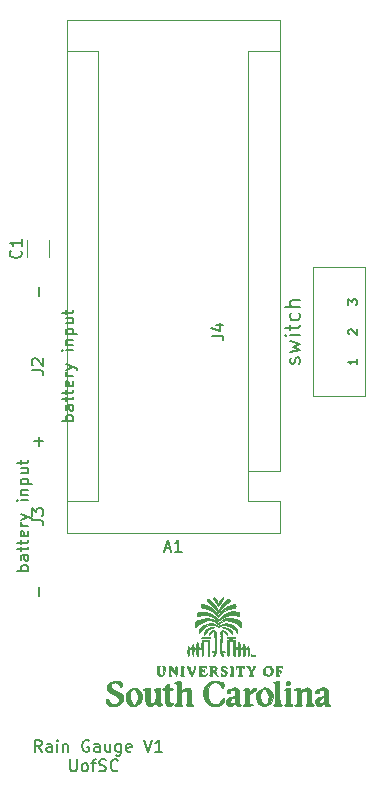
<source format=gbr>
%TF.GenerationSoftware,KiCad,Pcbnew,(5.1.9)-1*%
%TF.CreationDate,2021-11-05T10:50:43-04:00*%
%TF.ProjectId,raindrop,7261696e-6472-46f7-902e-6b696361645f,rev?*%
%TF.SameCoordinates,Original*%
%TF.FileFunction,Legend,Top*%
%TF.FilePolarity,Positive*%
%FSLAX46Y46*%
G04 Gerber Fmt 4.6, Leading zero omitted, Abs format (unit mm)*
G04 Created by KiCad (PCBNEW (5.1.9)-1) date 2021-11-05 10:50:43*
%MOMM*%
%LPD*%
G01*
G04 APERTURE LIST*
%ADD10C,0.150000*%
%ADD11C,0.010000*%
%ADD12C,0.120000*%
G04 APERTURE END LIST*
D10*
X129834285Y-127897380D02*
X129500952Y-127421190D01*
X129262857Y-127897380D02*
X129262857Y-126897380D01*
X129643809Y-126897380D01*
X129739047Y-126945000D01*
X129786666Y-126992619D01*
X129834285Y-127087857D01*
X129834285Y-127230714D01*
X129786666Y-127325952D01*
X129739047Y-127373571D01*
X129643809Y-127421190D01*
X129262857Y-127421190D01*
X130691428Y-127897380D02*
X130691428Y-127373571D01*
X130643809Y-127278333D01*
X130548571Y-127230714D01*
X130358095Y-127230714D01*
X130262857Y-127278333D01*
X130691428Y-127849761D02*
X130596190Y-127897380D01*
X130358095Y-127897380D01*
X130262857Y-127849761D01*
X130215238Y-127754523D01*
X130215238Y-127659285D01*
X130262857Y-127564047D01*
X130358095Y-127516428D01*
X130596190Y-127516428D01*
X130691428Y-127468809D01*
X131167619Y-127897380D02*
X131167619Y-127230714D01*
X131167619Y-126897380D02*
X131120000Y-126945000D01*
X131167619Y-126992619D01*
X131215238Y-126945000D01*
X131167619Y-126897380D01*
X131167619Y-126992619D01*
X131643809Y-127230714D02*
X131643809Y-127897380D01*
X131643809Y-127325952D02*
X131691428Y-127278333D01*
X131786666Y-127230714D01*
X131929523Y-127230714D01*
X132024761Y-127278333D01*
X132072380Y-127373571D01*
X132072380Y-127897380D01*
X133834285Y-126945000D02*
X133739047Y-126897380D01*
X133596190Y-126897380D01*
X133453333Y-126945000D01*
X133358095Y-127040238D01*
X133310476Y-127135476D01*
X133262857Y-127325952D01*
X133262857Y-127468809D01*
X133310476Y-127659285D01*
X133358095Y-127754523D01*
X133453333Y-127849761D01*
X133596190Y-127897380D01*
X133691428Y-127897380D01*
X133834285Y-127849761D01*
X133881904Y-127802142D01*
X133881904Y-127468809D01*
X133691428Y-127468809D01*
X134739047Y-127897380D02*
X134739047Y-127373571D01*
X134691428Y-127278333D01*
X134596190Y-127230714D01*
X134405714Y-127230714D01*
X134310476Y-127278333D01*
X134739047Y-127849761D02*
X134643809Y-127897380D01*
X134405714Y-127897380D01*
X134310476Y-127849761D01*
X134262857Y-127754523D01*
X134262857Y-127659285D01*
X134310476Y-127564047D01*
X134405714Y-127516428D01*
X134643809Y-127516428D01*
X134739047Y-127468809D01*
X135643809Y-127230714D02*
X135643809Y-127897380D01*
X135215238Y-127230714D02*
X135215238Y-127754523D01*
X135262857Y-127849761D01*
X135358095Y-127897380D01*
X135500952Y-127897380D01*
X135596190Y-127849761D01*
X135643809Y-127802142D01*
X136548571Y-127230714D02*
X136548571Y-128040238D01*
X136500952Y-128135476D01*
X136453333Y-128183095D01*
X136358095Y-128230714D01*
X136215238Y-128230714D01*
X136120000Y-128183095D01*
X136548571Y-127849761D02*
X136453333Y-127897380D01*
X136262857Y-127897380D01*
X136167619Y-127849761D01*
X136120000Y-127802142D01*
X136072380Y-127706904D01*
X136072380Y-127421190D01*
X136120000Y-127325952D01*
X136167619Y-127278333D01*
X136262857Y-127230714D01*
X136453333Y-127230714D01*
X136548571Y-127278333D01*
X137405714Y-127849761D02*
X137310476Y-127897380D01*
X137120000Y-127897380D01*
X137024761Y-127849761D01*
X136977142Y-127754523D01*
X136977142Y-127373571D01*
X137024761Y-127278333D01*
X137120000Y-127230714D01*
X137310476Y-127230714D01*
X137405714Y-127278333D01*
X137453333Y-127373571D01*
X137453333Y-127468809D01*
X136977142Y-127564047D01*
X138500952Y-126897380D02*
X138834285Y-127897380D01*
X139167619Y-126897380D01*
X140024761Y-127897380D02*
X139453333Y-127897380D01*
X139739047Y-127897380D02*
X139739047Y-126897380D01*
X139643809Y-127040238D01*
X139548571Y-127135476D01*
X139453333Y-127183095D01*
X132239047Y-128547380D02*
X132239047Y-129356904D01*
X132286666Y-129452142D01*
X132334285Y-129499761D01*
X132429523Y-129547380D01*
X132620000Y-129547380D01*
X132715238Y-129499761D01*
X132762857Y-129452142D01*
X132810476Y-129356904D01*
X132810476Y-128547380D01*
X133429523Y-129547380D02*
X133334285Y-129499761D01*
X133286666Y-129452142D01*
X133239047Y-129356904D01*
X133239047Y-129071190D01*
X133286666Y-128975952D01*
X133334285Y-128928333D01*
X133429523Y-128880714D01*
X133572380Y-128880714D01*
X133667619Y-128928333D01*
X133715238Y-128975952D01*
X133762857Y-129071190D01*
X133762857Y-129356904D01*
X133715238Y-129452142D01*
X133667619Y-129499761D01*
X133572380Y-129547380D01*
X133429523Y-129547380D01*
X134048571Y-128880714D02*
X134429523Y-128880714D01*
X134191428Y-129547380D02*
X134191428Y-128690238D01*
X134239047Y-128595000D01*
X134334285Y-128547380D01*
X134429523Y-128547380D01*
X134715238Y-129499761D02*
X134858095Y-129547380D01*
X135096190Y-129547380D01*
X135191428Y-129499761D01*
X135239047Y-129452142D01*
X135286666Y-129356904D01*
X135286666Y-129261666D01*
X135239047Y-129166428D01*
X135191428Y-129118809D01*
X135096190Y-129071190D01*
X134905714Y-129023571D01*
X134810476Y-128975952D01*
X134762857Y-128928333D01*
X134715238Y-128833095D01*
X134715238Y-128737857D01*
X134762857Y-128642619D01*
X134810476Y-128595000D01*
X134905714Y-128547380D01*
X135143809Y-128547380D01*
X135286666Y-128595000D01*
X136286666Y-129452142D02*
X136239047Y-129499761D01*
X136096190Y-129547380D01*
X136000952Y-129547380D01*
X135858095Y-129499761D01*
X135762857Y-129404523D01*
X135715238Y-129309285D01*
X135667619Y-129118809D01*
X135667619Y-128975952D01*
X135715238Y-128785476D01*
X135762857Y-128690238D01*
X135858095Y-128595000D01*
X136000952Y-128547380D01*
X136096190Y-128547380D01*
X136239047Y-128595000D01*
X136286666Y-128642619D01*
D11*
%TO.C,G\u002A\u002A\u002A*%
G36*
X145208086Y-114833547D02*
G01*
X145194188Y-114925646D01*
X145125614Y-115057086D01*
X145009208Y-115209823D01*
X145001160Y-115218924D01*
X144902156Y-115344310D01*
X144840754Y-115449616D01*
X144830902Y-115486158D01*
X144810059Y-115556038D01*
X144764085Y-115546829D01*
X144717813Y-115468144D01*
X144709183Y-115439043D01*
X144653543Y-115324154D01*
X144554180Y-115193253D01*
X144525508Y-115162998D01*
X144435524Y-115047709D01*
X144381179Y-114930262D01*
X144370760Y-114838164D01*
X144412553Y-114798920D01*
X144415798Y-114798837D01*
X144495787Y-114843264D01*
X144591743Y-114961669D01*
X144686593Y-115131735D01*
X144709308Y-115182464D01*
X144795204Y-115384208D01*
X144833538Y-115246333D01*
X144893012Y-115101032D01*
X144980962Y-114958221D01*
X145075640Y-114847670D01*
X145155296Y-114799148D01*
X145160464Y-114798837D01*
X145208086Y-114833547D01*
G37*
X145208086Y-114833547D02*
X145194188Y-114925646D01*
X145125614Y-115057086D01*
X145009208Y-115209823D01*
X145001160Y-115218924D01*
X144902156Y-115344310D01*
X144840754Y-115449616D01*
X144830902Y-115486158D01*
X144810059Y-115556038D01*
X144764085Y-115546829D01*
X144717813Y-115468144D01*
X144709183Y-115439043D01*
X144653543Y-115324154D01*
X144554180Y-115193253D01*
X144525508Y-115162998D01*
X144435524Y-115047709D01*
X144381179Y-114930262D01*
X144370760Y-114838164D01*
X144412553Y-114798920D01*
X144415798Y-114798837D01*
X144495787Y-114843264D01*
X144591743Y-114961669D01*
X144686593Y-115131735D01*
X144709308Y-115182464D01*
X144795204Y-115384208D01*
X144833538Y-115246333D01*
X144893012Y-115101032D01*
X144980962Y-114958221D01*
X145075640Y-114847670D01*
X145155296Y-114799148D01*
X145160464Y-114798837D01*
X145208086Y-114833547D01*
G36*
X145730733Y-114994301D02*
G01*
X145747134Y-115098730D01*
X145724387Y-115216228D01*
X145641202Y-115272161D01*
X145626020Y-115276315D01*
X145502192Y-115337675D01*
X145343371Y-115456826D01*
X145175419Y-115609945D01*
X145024196Y-115773210D01*
X144915565Y-115922798D01*
X144906294Y-115939301D01*
X144828377Y-116070372D01*
X144773793Y-116112317D01*
X144725263Y-116069362D01*
X144686557Y-115993053D01*
X144599235Y-115854089D01*
X144461375Y-115688422D01*
X144300020Y-115523656D01*
X144142212Y-115387395D01*
X144014993Y-115307243D01*
X144014531Y-115307051D01*
X143902730Y-115236938D01*
X143864917Y-115131880D01*
X143863767Y-115098073D01*
X143872059Y-114995875D01*
X143908706Y-114960509D01*
X143991370Y-114990554D01*
X144126444Y-115076917D01*
X144237030Y-115173966D01*
X144367802Y-115320240D01*
X144500575Y-115490932D01*
X144617165Y-115661233D01*
X144699384Y-115806335D01*
X144729098Y-115899026D01*
X144745935Y-115965037D01*
X144792980Y-115940464D01*
X144865037Y-115830170D01*
X144920433Y-115719939D01*
X145008234Y-115573482D01*
X145136845Y-115407300D01*
X145286504Y-115241709D01*
X145437453Y-115097027D01*
X145569932Y-114993571D01*
X145664182Y-114951659D01*
X145667734Y-114951543D01*
X145730733Y-114994301D01*
G37*
X145730733Y-114994301D02*
X145747134Y-115098730D01*
X145724387Y-115216228D01*
X145641202Y-115272161D01*
X145626020Y-115276315D01*
X145502192Y-115337675D01*
X145343371Y-115456826D01*
X145175419Y-115609945D01*
X145024196Y-115773210D01*
X144915565Y-115922798D01*
X144906294Y-115939301D01*
X144828377Y-116070372D01*
X144773793Y-116112317D01*
X144725263Y-116069362D01*
X144686557Y-115993053D01*
X144599235Y-115854089D01*
X144461375Y-115688422D01*
X144300020Y-115523656D01*
X144142212Y-115387395D01*
X144014993Y-115307243D01*
X144014531Y-115307051D01*
X143902730Y-115236938D01*
X143864917Y-115131880D01*
X143863767Y-115098073D01*
X143872059Y-114995875D01*
X143908706Y-114960509D01*
X143991370Y-114990554D01*
X144126444Y-115076917D01*
X144237030Y-115173966D01*
X144367802Y-115320240D01*
X144500575Y-115490932D01*
X144617165Y-115661233D01*
X144699384Y-115806335D01*
X144729098Y-115899026D01*
X144745935Y-115965037D01*
X144792980Y-115940464D01*
X144865037Y-115830170D01*
X144920433Y-115719939D01*
X145008234Y-115573482D01*
X145136845Y-115407300D01*
X145286504Y-115241709D01*
X145437453Y-115097027D01*
X145569932Y-114993571D01*
X145664182Y-114951659D01*
X145667734Y-114951543D01*
X145730733Y-114994301D01*
G36*
X146204847Y-115420396D02*
G01*
X146249411Y-115469823D01*
X146256152Y-115555807D01*
X146248115Y-115643657D01*
X146206672Y-115692402D01*
X146105824Y-115720506D01*
X146003069Y-115735527D01*
X145736350Y-115802105D01*
X145457097Y-115923220D01*
X145200110Y-116079979D01*
X145000187Y-116253488D01*
X144959447Y-116302142D01*
X144803406Y-116506725D01*
X144549919Y-116248525D01*
X144225630Y-115980194D01*
X143871551Y-115807619D01*
X143564326Y-115736508D01*
X143411497Y-115712128D01*
X143334277Y-115679524D01*
X143306991Y-115620233D01*
X143303847Y-115549187D01*
X143309524Y-115454621D01*
X143345236Y-115414489D01*
X143439007Y-115412345D01*
X143522225Y-115421033D01*
X143718089Y-115461259D01*
X143915266Y-115528062D01*
X143942165Y-115540053D01*
X144083547Y-115627298D01*
X144251028Y-115760981D01*
X144420863Y-115918228D01*
X144569310Y-116076160D01*
X144672625Y-116211903D01*
X144703065Y-116273157D01*
X144739304Y-116353180D01*
X144784640Y-116362224D01*
X144851932Y-116293797D01*
X144949375Y-116148797D01*
X145136688Y-115914107D01*
X145374843Y-115706440D01*
X145638035Y-115542482D01*
X145900458Y-115438920D01*
X146090721Y-115410777D01*
X146204847Y-115420396D01*
G37*
X146204847Y-115420396D02*
X146249411Y-115469823D01*
X146256152Y-115555807D01*
X146248115Y-115643657D01*
X146206672Y-115692402D01*
X146105824Y-115720506D01*
X146003069Y-115735527D01*
X145736350Y-115802105D01*
X145457097Y-115923220D01*
X145200110Y-116079979D01*
X145000187Y-116253488D01*
X144959447Y-116302142D01*
X144803406Y-116506725D01*
X144549919Y-116248525D01*
X144225630Y-115980194D01*
X143871551Y-115807619D01*
X143564326Y-115736508D01*
X143411497Y-115712128D01*
X143334277Y-115679524D01*
X143306991Y-115620233D01*
X143303847Y-115549187D01*
X143309524Y-115454621D01*
X143345236Y-115414489D01*
X143439007Y-115412345D01*
X143522225Y-115421033D01*
X143718089Y-115461259D01*
X143915266Y-115528062D01*
X143942165Y-115540053D01*
X144083547Y-115627298D01*
X144251028Y-115760981D01*
X144420863Y-115918228D01*
X144569310Y-116076160D01*
X144672625Y-116211903D01*
X144703065Y-116273157D01*
X144739304Y-116353180D01*
X144784640Y-116362224D01*
X144851932Y-116293797D01*
X144949375Y-116148797D01*
X145136688Y-115914107D01*
X145374843Y-115706440D01*
X145638035Y-115542482D01*
X145900458Y-115438920D01*
X146090721Y-115410777D01*
X146204847Y-115420396D01*
G36*
X146402495Y-116052294D02*
G01*
X146510793Y-116086477D01*
X146554354Y-116153720D01*
X146561563Y-116261347D01*
X146553345Y-116377775D01*
X146519727Y-116414664D01*
X146472485Y-116404170D01*
X146249779Y-116343393D01*
X145998166Y-116312022D01*
X145771217Y-116315812D01*
X145721683Y-116323499D01*
X145493403Y-116380266D01*
X145303683Y-116460776D01*
X145107193Y-116586195D01*
X145019674Y-116651290D01*
X144889253Y-116748943D01*
X144795550Y-116815539D01*
X144762981Y-116834909D01*
X144720949Y-116801961D01*
X144640743Y-116721941D01*
X144634105Y-116714905D01*
X144419127Y-116545940D01*
X144141970Y-116413991D01*
X143839795Y-116333808D01*
X143630147Y-116316392D01*
X143443809Y-116325913D01*
X143286820Y-116348711D01*
X143209201Y-116372963D01*
X143084805Y-116422065D01*
X143019746Y-116393195D01*
X142998734Y-116277625D01*
X142998437Y-116252658D01*
X143004829Y-116145143D01*
X143042043Y-116088369D01*
X143137141Y-116058032D01*
X143232378Y-116042539D01*
X143632092Y-116028300D01*
X143997973Y-116109905D01*
X144328129Y-116286685D01*
X144588562Y-116521500D01*
X144770372Y-116722742D01*
X145045857Y-116455914D01*
X145360935Y-116211558D01*
X145701122Y-116065710D01*
X146069061Y-116017582D01*
X146402495Y-116052294D01*
G37*
X146402495Y-116052294D02*
X146510793Y-116086477D01*
X146554354Y-116153720D01*
X146561563Y-116261347D01*
X146553345Y-116377775D01*
X146519727Y-116414664D01*
X146472485Y-116404170D01*
X146249779Y-116343393D01*
X145998166Y-116312022D01*
X145771217Y-116315812D01*
X145721683Y-116323499D01*
X145493403Y-116380266D01*
X145303683Y-116460776D01*
X145107193Y-116586195D01*
X145019674Y-116651290D01*
X144889253Y-116748943D01*
X144795550Y-116815539D01*
X144762981Y-116834909D01*
X144720949Y-116801961D01*
X144640743Y-116721941D01*
X144634105Y-116714905D01*
X144419127Y-116545940D01*
X144141970Y-116413991D01*
X143839795Y-116333808D01*
X143630147Y-116316392D01*
X143443809Y-116325913D01*
X143286820Y-116348711D01*
X143209201Y-116372963D01*
X143084805Y-116422065D01*
X143019746Y-116393195D01*
X142998734Y-116277625D01*
X142998437Y-116252658D01*
X143004829Y-116145143D01*
X143042043Y-116088369D01*
X143137141Y-116058032D01*
X143232378Y-116042539D01*
X143632092Y-116028300D01*
X143997973Y-116109905D01*
X144328129Y-116286685D01*
X144588562Y-116521500D01*
X144770372Y-116722742D01*
X145045857Y-116455914D01*
X145360935Y-116211558D01*
X145701122Y-116065710D01*
X146069061Y-116017582D01*
X146402495Y-116052294D01*
G36*
X144169274Y-116631327D02*
G01*
X144481688Y-116767913D01*
X144590410Y-116843902D01*
X144782585Y-116994489D01*
X144931987Y-116868775D01*
X145218349Y-116691872D01*
X145544906Y-116601444D01*
X145896535Y-116598509D01*
X146258111Y-116684081D01*
X146450888Y-116766805D01*
X146608843Y-116849878D01*
X146697014Y-116916444D01*
X146737847Y-116993096D01*
X146753787Y-117106431D01*
X146755371Y-117127595D01*
X146755469Y-117278405D01*
X146721895Y-117334354D01*
X146647107Y-117298655D01*
X146557710Y-117211829D01*
X146328966Y-117023312D01*
X146042529Y-116870640D01*
X145781771Y-116785870D01*
X145464381Y-116764698D01*
X145161936Y-116842496D01*
X144944225Y-116970366D01*
X144777588Y-117096439D01*
X144630764Y-116972894D01*
X144392978Y-116834608D01*
X144109412Y-116767458D01*
X143813599Y-116778759D01*
X143775776Y-116786420D01*
X143476677Y-116888337D01*
X143196565Y-117046707D01*
X143002289Y-117211829D01*
X142890982Y-117315267D01*
X142826643Y-117329553D01*
X142801772Y-117251540D01*
X142804628Y-117128925D01*
X142819161Y-117007982D01*
X142855937Y-116927218D01*
X142937492Y-116859615D01*
X143086360Y-116778159D01*
X143105286Y-116768482D01*
X143467965Y-116630945D01*
X143826997Y-116585449D01*
X144169274Y-116631327D01*
G37*
X144169274Y-116631327D02*
X144481688Y-116767913D01*
X144590410Y-116843902D01*
X144782585Y-116994489D01*
X144931987Y-116868775D01*
X145218349Y-116691872D01*
X145544906Y-116601444D01*
X145896535Y-116598509D01*
X146258111Y-116684081D01*
X146450888Y-116766805D01*
X146608843Y-116849878D01*
X146697014Y-116916444D01*
X146737847Y-116993096D01*
X146753787Y-117106431D01*
X146755371Y-117127595D01*
X146755469Y-117278405D01*
X146721895Y-117334354D01*
X146647107Y-117298655D01*
X146557710Y-117211829D01*
X146328966Y-117023312D01*
X146042529Y-116870640D01*
X145781771Y-116785870D01*
X145464381Y-116764698D01*
X145161936Y-116842496D01*
X144944225Y-116970366D01*
X144777588Y-117096439D01*
X144630764Y-116972894D01*
X144392978Y-116834608D01*
X144109412Y-116767458D01*
X143813599Y-116778759D01*
X143775776Y-116786420D01*
X143476677Y-116888337D01*
X143196565Y-117046707D01*
X143002289Y-117211829D01*
X142890982Y-117315267D01*
X142826643Y-117329553D01*
X142801772Y-117251540D01*
X142804628Y-117128925D01*
X142819161Y-117007982D01*
X142855937Y-116927218D01*
X142937492Y-116859615D01*
X143086360Y-116778159D01*
X143105286Y-116768482D01*
X143467965Y-116630945D01*
X143826997Y-116585449D01*
X144169274Y-116631327D01*
G36*
X144284555Y-117014140D02*
G01*
X144446506Y-117065148D01*
X144610142Y-117141011D01*
X144614569Y-117143536D01*
X144722418Y-117200190D01*
X144800386Y-117209855D01*
X144894355Y-117170358D01*
X144969765Y-117126727D01*
X145199316Y-117041177D01*
X145468764Y-117015401D01*
X145735115Y-117050065D01*
X145899839Y-117112296D01*
X146139637Y-117251331D01*
X146295355Y-117375804D01*
X146380520Y-117500089D01*
X146408659Y-117638558D01*
X146408857Y-117653199D01*
X146408857Y-117848584D01*
X146174832Y-117598392D01*
X145926437Y-117378374D01*
X145663926Y-117225865D01*
X145403397Y-117145366D01*
X145160946Y-117141379D01*
X144952672Y-117218407D01*
X144914119Y-117245818D01*
X144780000Y-117351316D01*
X144645881Y-117245818D01*
X144447002Y-117150886D01*
X144210506Y-117137930D01*
X143952488Y-117202449D01*
X143689048Y-117339941D01*
X143436282Y-117545904D01*
X143385168Y-117598392D01*
X143151142Y-117848584D01*
X143151142Y-117676575D01*
X143167848Y-117556558D01*
X143231200Y-117450292D01*
X143361050Y-117324902D01*
X143366108Y-117320563D01*
X143583504Y-117173958D01*
X143833252Y-117066541D01*
X144080669Y-117009882D01*
X144284555Y-117014140D01*
G37*
X144284555Y-117014140D02*
X144446506Y-117065148D01*
X144610142Y-117141011D01*
X144614569Y-117143536D01*
X144722418Y-117200190D01*
X144800386Y-117209855D01*
X144894355Y-117170358D01*
X144969765Y-117126727D01*
X145199316Y-117041177D01*
X145468764Y-117015401D01*
X145735115Y-117050065D01*
X145899839Y-117112296D01*
X146139637Y-117251331D01*
X146295355Y-117375804D01*
X146380520Y-117500089D01*
X146408659Y-117638558D01*
X146408857Y-117653199D01*
X146408857Y-117848584D01*
X146174832Y-117598392D01*
X145926437Y-117378374D01*
X145663926Y-117225865D01*
X145403397Y-117145366D01*
X145160946Y-117141379D01*
X144952672Y-117218407D01*
X144914119Y-117245818D01*
X144780000Y-117351316D01*
X144645881Y-117245818D01*
X144447002Y-117150886D01*
X144210506Y-117137930D01*
X143952488Y-117202449D01*
X143689048Y-117339941D01*
X143436282Y-117545904D01*
X143385168Y-117598392D01*
X143151142Y-117848584D01*
X143151142Y-117676575D01*
X143167848Y-117556558D01*
X143231200Y-117450292D01*
X143361050Y-117324902D01*
X143366108Y-117320563D01*
X143583504Y-117173958D01*
X143833252Y-117066541D01*
X144080669Y-117009882D01*
X144284555Y-117014140D01*
G36*
X145525888Y-117376653D02*
G01*
X145719211Y-117462979D01*
X145863493Y-117589483D01*
X145937985Y-117740510D01*
X145941831Y-117827220D01*
X145925290Y-117963204D01*
X145832648Y-117805109D01*
X145692599Y-117630704D01*
X145491223Y-117496086D01*
X145301281Y-117416357D01*
X145110861Y-117348396D01*
X145304271Y-117346162D01*
X145525888Y-117376653D01*
G37*
X145525888Y-117376653D02*
X145719211Y-117462979D01*
X145863493Y-117589483D01*
X145937985Y-117740510D01*
X145941831Y-117827220D01*
X145925290Y-117963204D01*
X145832648Y-117805109D01*
X145692599Y-117630704D01*
X145491223Y-117496086D01*
X145301281Y-117416357D01*
X145110861Y-117348396D01*
X145304271Y-117346162D01*
X145525888Y-117376653D01*
G36*
X144449138Y-117348396D02*
G01*
X144266982Y-117413517D01*
X144015433Y-117532028D01*
X143820642Y-117698473D01*
X143733526Y-117806092D01*
X143609258Y-117974527D01*
X143609258Y-117820806D01*
X143656402Y-117650813D01*
X143783451Y-117504803D01*
X143968832Y-117398637D01*
X144190970Y-117348174D01*
X144254910Y-117346162D01*
X144449138Y-117348396D01*
G37*
X144449138Y-117348396D02*
X144266982Y-117413517D01*
X144015433Y-117532028D01*
X143820642Y-117698473D01*
X143733526Y-117806092D01*
X143609258Y-117974527D01*
X143609258Y-117820806D01*
X143656402Y-117650813D01*
X143783451Y-117504803D01*
X143968832Y-117398637D01*
X144190970Y-117348174D01*
X144254910Y-117346162D01*
X144449138Y-117348396D01*
G36*
X146068302Y-118161491D02*
G01*
X146179835Y-118173463D01*
X146225094Y-118198124D01*
X146223658Y-118234709D01*
X146174775Y-118280366D01*
X146060319Y-118304468D01*
X145877426Y-118311062D01*
X145706122Y-118305985D01*
X145578156Y-118292777D01*
X145526560Y-118277127D01*
X145493852Y-118220371D01*
X145536940Y-118183623D01*
X145664413Y-118163937D01*
X145872791Y-118158356D01*
X146068302Y-118161491D01*
G37*
X146068302Y-118161491D02*
X146179835Y-118173463D01*
X146225094Y-118198124D01*
X146223658Y-118234709D01*
X146174775Y-118280366D01*
X146060319Y-118304468D01*
X145877426Y-118311062D01*
X145706122Y-118305985D01*
X145578156Y-118292777D01*
X145526560Y-118277127D01*
X145493852Y-118220371D01*
X145536940Y-118183623D01*
X145664413Y-118163937D01*
X145872791Y-118158356D01*
X146068302Y-118161491D01*
G36*
X143913417Y-118163561D02*
G01*
X144022914Y-118180765D01*
X144056524Y-118212356D01*
X144054834Y-118221984D01*
X143991059Y-118262233D01*
X143837589Y-118290214D01*
X143694280Y-118300662D01*
X143508884Y-118304832D01*
X143404384Y-118294183D01*
X143360468Y-118264906D01*
X143354749Y-118237035D01*
X143373806Y-118194761D01*
X143443843Y-118170440D01*
X143584155Y-118159861D01*
X143715304Y-118158356D01*
X143913417Y-118163561D01*
G37*
X143913417Y-118163561D02*
X144022914Y-118180765D01*
X144056524Y-118212356D01*
X144054834Y-118221984D01*
X143991059Y-118262233D01*
X143837589Y-118290214D01*
X143694280Y-118300662D01*
X143508884Y-118304832D01*
X143404384Y-118294183D01*
X143360468Y-118264906D01*
X143354749Y-118237035D01*
X143373806Y-118194761D01*
X143443843Y-118170440D01*
X143584155Y-118159861D01*
X143715304Y-118158356D01*
X143913417Y-118163561D01*
G36*
X147868043Y-119702378D02*
G01*
X147874134Y-119762786D01*
X147868043Y-119770247D01*
X147837781Y-119763260D01*
X147834108Y-119736312D01*
X147852732Y-119694414D01*
X147868043Y-119702378D01*
G37*
X147868043Y-119702378D02*
X147874134Y-119762786D01*
X147868043Y-119770247D01*
X147837781Y-119763260D01*
X147834108Y-119736312D01*
X147852732Y-119694414D01*
X147868043Y-119702378D01*
G36*
X147766239Y-119702378D02*
G01*
X147772331Y-119762786D01*
X147766239Y-119770247D01*
X147735978Y-119763260D01*
X147732304Y-119736312D01*
X147750929Y-119694414D01*
X147766239Y-119702378D01*
G37*
X147766239Y-119702378D02*
X147772331Y-119762786D01*
X147766239Y-119770247D01*
X147735978Y-119763260D01*
X147732304Y-119736312D01*
X147750929Y-119694414D01*
X147766239Y-119702378D01*
G36*
X147614371Y-119675866D02*
G01*
X147620439Y-119755420D01*
X147610352Y-119773428D01*
X147587217Y-119758247D01*
X147583618Y-119706620D01*
X147596049Y-119652306D01*
X147614371Y-119675866D01*
G37*
X147614371Y-119675866D02*
X147620439Y-119755420D01*
X147610352Y-119773428D01*
X147587217Y-119758247D01*
X147583618Y-119706620D01*
X147596049Y-119652306D01*
X147614371Y-119675866D01*
G36*
X146205250Y-118743727D02*
G01*
X146207482Y-118921584D01*
X146220073Y-119020648D01*
X146251871Y-119063920D01*
X146311721Y-119074398D01*
X146332505Y-119074589D01*
X146411031Y-119065095D01*
X146448236Y-119018428D01*
X146459273Y-118907313D01*
X146459759Y-118845531D01*
X146469752Y-118694556D01*
X146503728Y-118625786D01*
X146536112Y-118616473D01*
X146586437Y-118646450D01*
X146609360Y-118748378D01*
X146612465Y-118845531D01*
X146617739Y-118986878D01*
X146643665Y-119053847D01*
X146705396Y-119073714D01*
X146739719Y-119074589D01*
X146830664Y-119058153D01*
X146863935Y-118988289D01*
X146866974Y-118921883D01*
X146889738Y-118800650D01*
X146943326Y-118769178D01*
X147003943Y-118814706D01*
X147019679Y-118921883D01*
X147033375Y-119031018D01*
X147091596Y-119070942D01*
X147146934Y-119074589D01*
X147242594Y-119057165D01*
X147274188Y-119023687D01*
X147312923Y-118974264D01*
X147325090Y-118972785D01*
X147350298Y-119020410D01*
X147368012Y-119150432D01*
X147375822Y-119343571D01*
X147375992Y-119380000D01*
X147370039Y-119581662D01*
X147353786Y-119723375D01*
X147329644Y-119785857D01*
X147325090Y-119787214D01*
X147297977Y-119740850D01*
X147279595Y-119619730D01*
X147274188Y-119481803D01*
X147271494Y-119312541D01*
X147256770Y-119221156D01*
X147220057Y-119183744D01*
X147151394Y-119176399D01*
X147146934Y-119176392D01*
X147076408Y-119182859D01*
X147038331Y-119218196D01*
X147022742Y-119306307D01*
X147019682Y-119471098D01*
X147019679Y-119481803D01*
X147013815Y-119659141D01*
X146993029Y-119754354D01*
X146952526Y-119786612D01*
X146943326Y-119787214D01*
X146898992Y-119763759D01*
X146875189Y-119680612D01*
X146867124Y-119518602D01*
X146866974Y-119481803D01*
X146864279Y-119312541D01*
X146849556Y-119221156D01*
X146812843Y-119183744D01*
X146744180Y-119176399D01*
X146739719Y-119176392D01*
X146669193Y-119182859D01*
X146631116Y-119218196D01*
X146615528Y-119306307D01*
X146612468Y-119471098D01*
X146612465Y-119481803D01*
X146606601Y-119659141D01*
X146585814Y-119754354D01*
X146545312Y-119786612D01*
X146536112Y-119787214D01*
X146491777Y-119763759D01*
X146467974Y-119680612D01*
X146459910Y-119518602D01*
X146459759Y-119481803D01*
X146457065Y-119312541D01*
X146442341Y-119221156D01*
X146405628Y-119183744D01*
X146336965Y-119176399D01*
X146332505Y-119176392D01*
X146261979Y-119182859D01*
X146223902Y-119218196D01*
X146208313Y-119306307D01*
X146205253Y-119471098D01*
X146205250Y-119481803D01*
X146199387Y-119659141D01*
X146178600Y-119754354D01*
X146138097Y-119786612D01*
X146128898Y-119787214D01*
X146096554Y-119772195D01*
X146074584Y-119716931D01*
X146061151Y-119606110D01*
X146054417Y-119424423D01*
X146052545Y-119156559D01*
X146052545Y-118514669D01*
X145696232Y-118514669D01*
X145696232Y-119150942D01*
X145694430Y-119420471D01*
X145687798Y-119603553D01*
X145674500Y-119715495D01*
X145652697Y-119771611D01*
X145620554Y-119787210D01*
X145619880Y-119787214D01*
X145588596Y-119772717D01*
X145566974Y-119719349D01*
X145553366Y-119612293D01*
X145546127Y-119436732D01*
X145543611Y-119177848D01*
X145543527Y-119100040D01*
X145543527Y-118412865D01*
X146205250Y-118412865D01*
X146205250Y-118743727D01*
G37*
X146205250Y-118743727D02*
X146207482Y-118921584D01*
X146220073Y-119020648D01*
X146251871Y-119063920D01*
X146311721Y-119074398D01*
X146332505Y-119074589D01*
X146411031Y-119065095D01*
X146448236Y-119018428D01*
X146459273Y-118907313D01*
X146459759Y-118845531D01*
X146469752Y-118694556D01*
X146503728Y-118625786D01*
X146536112Y-118616473D01*
X146586437Y-118646450D01*
X146609360Y-118748378D01*
X146612465Y-118845531D01*
X146617739Y-118986878D01*
X146643665Y-119053847D01*
X146705396Y-119073714D01*
X146739719Y-119074589D01*
X146830664Y-119058153D01*
X146863935Y-118988289D01*
X146866974Y-118921883D01*
X146889738Y-118800650D01*
X146943326Y-118769178D01*
X147003943Y-118814706D01*
X147019679Y-118921883D01*
X147033375Y-119031018D01*
X147091596Y-119070942D01*
X147146934Y-119074589D01*
X147242594Y-119057165D01*
X147274188Y-119023687D01*
X147312923Y-118974264D01*
X147325090Y-118972785D01*
X147350298Y-119020410D01*
X147368012Y-119150432D01*
X147375822Y-119343571D01*
X147375992Y-119380000D01*
X147370039Y-119581662D01*
X147353786Y-119723375D01*
X147329644Y-119785857D01*
X147325090Y-119787214D01*
X147297977Y-119740850D01*
X147279595Y-119619730D01*
X147274188Y-119481803D01*
X147271494Y-119312541D01*
X147256770Y-119221156D01*
X147220057Y-119183744D01*
X147151394Y-119176399D01*
X147146934Y-119176392D01*
X147076408Y-119182859D01*
X147038331Y-119218196D01*
X147022742Y-119306307D01*
X147019682Y-119471098D01*
X147019679Y-119481803D01*
X147013815Y-119659141D01*
X146993029Y-119754354D01*
X146952526Y-119786612D01*
X146943326Y-119787214D01*
X146898992Y-119763759D01*
X146875189Y-119680612D01*
X146867124Y-119518602D01*
X146866974Y-119481803D01*
X146864279Y-119312541D01*
X146849556Y-119221156D01*
X146812843Y-119183744D01*
X146744180Y-119176399D01*
X146739719Y-119176392D01*
X146669193Y-119182859D01*
X146631116Y-119218196D01*
X146615528Y-119306307D01*
X146612468Y-119471098D01*
X146612465Y-119481803D01*
X146606601Y-119659141D01*
X146585814Y-119754354D01*
X146545312Y-119786612D01*
X146536112Y-119787214D01*
X146491777Y-119763759D01*
X146467974Y-119680612D01*
X146459910Y-119518602D01*
X146459759Y-119481803D01*
X146457065Y-119312541D01*
X146442341Y-119221156D01*
X146405628Y-119183744D01*
X146336965Y-119176399D01*
X146332505Y-119176392D01*
X146261979Y-119182859D01*
X146223902Y-119218196D01*
X146208313Y-119306307D01*
X146205253Y-119471098D01*
X146205250Y-119481803D01*
X146199387Y-119659141D01*
X146178600Y-119754354D01*
X146138097Y-119786612D01*
X146128898Y-119787214D01*
X146096554Y-119772195D01*
X146074584Y-119716931D01*
X146061151Y-119606110D01*
X146054417Y-119424423D01*
X146052545Y-119156559D01*
X146052545Y-118514669D01*
X145696232Y-118514669D01*
X145696232Y-119150942D01*
X145694430Y-119420471D01*
X145687798Y-119603553D01*
X145674500Y-119715495D01*
X145652697Y-119771611D01*
X145620554Y-119787210D01*
X145619880Y-119787214D01*
X145588596Y-119772717D01*
X145566974Y-119719349D01*
X145553366Y-119612293D01*
X145546127Y-119436732D01*
X145543611Y-119177848D01*
X145543527Y-119100040D01*
X145543527Y-118412865D01*
X146205250Y-118412865D01*
X146205250Y-118743727D01*
G36*
X145309408Y-117631198D02*
G01*
X145448202Y-117714456D01*
X145532025Y-117825674D01*
X145543527Y-117883328D01*
X145539993Y-117955452D01*
X145517626Y-117970095D01*
X145458774Y-117921330D01*
X145364709Y-117823297D01*
X145257340Y-117722736D01*
X145175975Y-117670508D01*
X145149190Y-117670395D01*
X145127771Y-117737219D01*
X145109035Y-117874005D01*
X145098627Y-118021804D01*
X145089377Y-118215453D01*
X145076305Y-118468492D01*
X145061620Y-118738683D01*
X145054866Y-118858256D01*
X145024969Y-119380000D01*
X145182444Y-119380000D01*
X145291708Y-119394331D01*
X145339812Y-119429010D01*
X145339920Y-119430901D01*
X145296186Y-119468540D01*
X145206811Y-119481803D01*
X145116746Y-119487588D01*
X145105930Y-119523648D01*
X145155909Y-119607267D01*
X145222875Y-119720284D01*
X145228890Y-119773499D01*
X145175852Y-119787201D01*
X145172738Y-119787214D01*
X145104500Y-119747212D01*
X145026386Y-119649858D01*
X145020033Y-119639380D01*
X144977540Y-119541509D01*
X144950657Y-119406785D01*
X144936631Y-119213438D01*
X144932705Y-118948860D01*
X144938183Y-118700476D01*
X144953161Y-118490716D01*
X144975453Y-118344028D01*
X144990906Y-118297423D01*
X145022636Y-118204903D01*
X144993456Y-118170123D01*
X144963215Y-118112013D01*
X144983607Y-118031102D01*
X145002702Y-117925766D01*
X144976971Y-117893152D01*
X144950078Y-117843283D01*
X144976753Y-117756328D01*
X145037496Y-117666086D01*
X145112806Y-117606358D01*
X145147011Y-117598437D01*
X145309408Y-117631198D01*
G37*
X145309408Y-117631198D02*
X145448202Y-117714456D01*
X145532025Y-117825674D01*
X145543527Y-117883328D01*
X145539993Y-117955452D01*
X145517626Y-117970095D01*
X145458774Y-117921330D01*
X145364709Y-117823297D01*
X145257340Y-117722736D01*
X145175975Y-117670508D01*
X145149190Y-117670395D01*
X145127771Y-117737219D01*
X145109035Y-117874005D01*
X145098627Y-118021804D01*
X145089377Y-118215453D01*
X145076305Y-118468492D01*
X145061620Y-118738683D01*
X145054866Y-118858256D01*
X145024969Y-119380000D01*
X145182444Y-119380000D01*
X145291708Y-119394331D01*
X145339812Y-119429010D01*
X145339920Y-119430901D01*
X145296186Y-119468540D01*
X145206811Y-119481803D01*
X145116746Y-119487588D01*
X145105930Y-119523648D01*
X145155909Y-119607267D01*
X145222875Y-119720284D01*
X145228890Y-119773499D01*
X145175852Y-119787201D01*
X145172738Y-119787214D01*
X145104500Y-119747212D01*
X145026386Y-119649858D01*
X145020033Y-119639380D01*
X144977540Y-119541509D01*
X144950657Y-119406785D01*
X144936631Y-119213438D01*
X144932705Y-118948860D01*
X144938183Y-118700476D01*
X144953161Y-118490716D01*
X144975453Y-118344028D01*
X144990906Y-118297423D01*
X145022636Y-118204903D01*
X144993456Y-118170123D01*
X144963215Y-118112013D01*
X144983607Y-118031102D01*
X145002702Y-117925766D01*
X144976971Y-117893152D01*
X144950078Y-117843283D01*
X144976753Y-117756328D01*
X145037496Y-117666086D01*
X145112806Y-117606358D01*
X145147011Y-117598437D01*
X145309408Y-117631198D01*
G36*
X144502200Y-117633068D02*
G01*
X144570872Y-117714163D01*
X144610213Y-117807520D01*
X144602002Y-117878938D01*
X144579975Y-117894170D01*
X144553300Y-117941980D01*
X144582055Y-118016231D01*
X144611590Y-118110245D01*
X144576393Y-118158356D01*
X144540795Y-118215075D01*
X144571137Y-118301242D01*
X144594493Y-118394340D01*
X144613097Y-118562622D01*
X144624644Y-118779495D01*
X144627294Y-118948860D01*
X144623121Y-119219989D01*
X144608764Y-119411354D01*
X144581473Y-119544721D01*
X144539967Y-119639380D01*
X144456410Y-119750176D01*
X144389744Y-119792152D01*
X144358274Y-119765938D01*
X144380309Y-119672162D01*
X144398236Y-119634509D01*
X144447046Y-119531247D01*
X144438945Y-119489737D01*
X144364791Y-119481831D01*
X144348642Y-119481803D01*
X144252358Y-119464540D01*
X144220080Y-119430901D01*
X144264388Y-119395462D01*
X144371469Y-119380023D01*
X144376166Y-119380000D01*
X144532252Y-119380000D01*
X144506266Y-118858256D01*
X144493137Y-118594535D01*
X144479904Y-118328487D01*
X144468665Y-118102312D01*
X144464709Y-118022617D01*
X144450819Y-117851404D01*
X144430416Y-117722905D01*
X144411624Y-117671208D01*
X144359041Y-117683342D01*
X144264932Y-117755100D01*
X144195291Y-117823297D01*
X144090584Y-117931759D01*
X144037646Y-117971682D01*
X144018827Y-117948992D01*
X144016473Y-117883328D01*
X144062306Y-117765662D01*
X144179612Y-117666383D01*
X144338102Y-117606746D01*
X144422419Y-117598437D01*
X144502200Y-117633068D01*
G37*
X144502200Y-117633068D02*
X144570872Y-117714163D01*
X144610213Y-117807520D01*
X144602002Y-117878938D01*
X144579975Y-117894170D01*
X144553300Y-117941980D01*
X144582055Y-118016231D01*
X144611590Y-118110245D01*
X144576393Y-118158356D01*
X144540795Y-118215075D01*
X144571137Y-118301242D01*
X144594493Y-118394340D01*
X144613097Y-118562622D01*
X144624644Y-118779495D01*
X144627294Y-118948860D01*
X144623121Y-119219989D01*
X144608764Y-119411354D01*
X144581473Y-119544721D01*
X144539967Y-119639380D01*
X144456410Y-119750176D01*
X144389744Y-119792152D01*
X144358274Y-119765938D01*
X144380309Y-119672162D01*
X144398236Y-119634509D01*
X144447046Y-119531247D01*
X144438945Y-119489737D01*
X144364791Y-119481831D01*
X144348642Y-119481803D01*
X144252358Y-119464540D01*
X144220080Y-119430901D01*
X144264388Y-119395462D01*
X144371469Y-119380023D01*
X144376166Y-119380000D01*
X144532252Y-119380000D01*
X144506266Y-118858256D01*
X144493137Y-118594535D01*
X144479904Y-118328487D01*
X144468665Y-118102312D01*
X144464709Y-118022617D01*
X144450819Y-117851404D01*
X144430416Y-117722905D01*
X144411624Y-117671208D01*
X144359041Y-117683342D01*
X144264932Y-117755100D01*
X144195291Y-117823297D01*
X144090584Y-117931759D01*
X144037646Y-117971682D01*
X144018827Y-117948992D01*
X144016473Y-117883328D01*
X144062306Y-117765662D01*
X144179612Y-117666383D01*
X144338102Y-117606746D01*
X144422419Y-117598437D01*
X144502200Y-117633068D01*
G36*
X144016473Y-119100040D02*
G01*
X144011727Y-119410705D01*
X143999161Y-119628879D01*
X143981287Y-119753149D01*
X143960613Y-119782101D01*
X143939649Y-119714320D01*
X143920905Y-119548394D01*
X143906892Y-119282909D01*
X143903510Y-119163667D01*
X143889218Y-118540120D01*
X143532906Y-118540120D01*
X143518613Y-119163667D01*
X143509039Y-119415253D01*
X143493934Y-119614105D01*
X143474996Y-119743594D01*
X143454986Y-119787214D01*
X143428968Y-119740977D01*
X143411091Y-119620797D01*
X143405651Y-119481803D01*
X143405651Y-119176392D01*
X143100240Y-119176392D01*
X143100240Y-119481803D01*
X143094376Y-119659141D01*
X143073590Y-119754354D01*
X143033087Y-119786612D01*
X143023888Y-119787214D01*
X142979553Y-119763759D01*
X142955750Y-119680612D01*
X142947685Y-119518602D01*
X142947535Y-119481803D01*
X142944840Y-119312541D01*
X142930117Y-119221156D01*
X142893404Y-119183744D01*
X142824741Y-119176399D01*
X142820280Y-119176392D01*
X142749754Y-119182859D01*
X142711677Y-119218196D01*
X142696089Y-119306307D01*
X142693029Y-119471098D01*
X142693026Y-119481803D01*
X142685298Y-119644483D01*
X142665112Y-119754773D01*
X142642124Y-119787214D01*
X142615011Y-119740850D01*
X142596629Y-119619730D01*
X142591222Y-119481803D01*
X142591222Y-119176392D01*
X142285811Y-119176392D01*
X142285811Y-119481803D01*
X142278084Y-119644483D01*
X142257897Y-119754773D01*
X142234910Y-119787214D01*
X142209702Y-119739589D01*
X142191988Y-119609567D01*
X142184177Y-119416428D01*
X142184008Y-119380000D01*
X142189961Y-119178337D01*
X142206214Y-119036625D01*
X142230356Y-118974143D01*
X142234910Y-118972785D01*
X142284332Y-119011520D01*
X142285811Y-119023687D01*
X142330043Y-119059427D01*
X142436617Y-119074585D01*
X142438517Y-119074589D01*
X142546678Y-119061976D01*
X142586544Y-119002481D01*
X142591222Y-118921883D01*
X142605966Y-118814664D01*
X142641491Y-118769190D01*
X142642124Y-118769178D01*
X142677864Y-118813410D01*
X142693022Y-118919984D01*
X142693026Y-118921883D01*
X142706722Y-119031018D01*
X142764942Y-119070942D01*
X142820280Y-119074589D01*
X142898806Y-119065095D01*
X142936011Y-119018428D01*
X142947049Y-118907313D01*
X142947535Y-118845531D01*
X142957527Y-118694556D01*
X142991503Y-118625786D01*
X143023888Y-118616473D01*
X143074213Y-118646450D01*
X143097136Y-118748378D01*
X143100240Y-118845531D01*
X143105515Y-118986878D01*
X143131440Y-119053847D01*
X143193171Y-119073714D01*
X143227495Y-119074589D01*
X143314687Y-119060602D01*
X143349515Y-118998478D01*
X143354749Y-118902795D01*
X143364987Y-118725635D01*
X143386563Y-118571933D01*
X143409228Y-118483119D01*
X143449637Y-118435622D01*
X143534676Y-118416517D01*
X143691235Y-118412877D01*
X143717425Y-118412865D01*
X144016473Y-118412865D01*
X144016473Y-119100040D01*
G37*
X144016473Y-119100040D02*
X144011727Y-119410705D01*
X143999161Y-119628879D01*
X143981287Y-119753149D01*
X143960613Y-119782101D01*
X143939649Y-119714320D01*
X143920905Y-119548394D01*
X143906892Y-119282909D01*
X143903510Y-119163667D01*
X143889218Y-118540120D01*
X143532906Y-118540120D01*
X143518613Y-119163667D01*
X143509039Y-119415253D01*
X143493934Y-119614105D01*
X143474996Y-119743594D01*
X143454986Y-119787214D01*
X143428968Y-119740977D01*
X143411091Y-119620797D01*
X143405651Y-119481803D01*
X143405651Y-119176392D01*
X143100240Y-119176392D01*
X143100240Y-119481803D01*
X143094376Y-119659141D01*
X143073590Y-119754354D01*
X143033087Y-119786612D01*
X143023888Y-119787214D01*
X142979553Y-119763759D01*
X142955750Y-119680612D01*
X142947685Y-119518602D01*
X142947535Y-119481803D01*
X142944840Y-119312541D01*
X142930117Y-119221156D01*
X142893404Y-119183744D01*
X142824741Y-119176399D01*
X142820280Y-119176392D01*
X142749754Y-119182859D01*
X142711677Y-119218196D01*
X142696089Y-119306307D01*
X142693029Y-119471098D01*
X142693026Y-119481803D01*
X142685298Y-119644483D01*
X142665112Y-119754773D01*
X142642124Y-119787214D01*
X142615011Y-119740850D01*
X142596629Y-119619730D01*
X142591222Y-119481803D01*
X142591222Y-119176392D01*
X142285811Y-119176392D01*
X142285811Y-119481803D01*
X142278084Y-119644483D01*
X142257897Y-119754773D01*
X142234910Y-119787214D01*
X142209702Y-119739589D01*
X142191988Y-119609567D01*
X142184177Y-119416428D01*
X142184008Y-119380000D01*
X142189961Y-119178337D01*
X142206214Y-119036625D01*
X142230356Y-118974143D01*
X142234910Y-118972785D01*
X142284332Y-119011520D01*
X142285811Y-119023687D01*
X142330043Y-119059427D01*
X142436617Y-119074585D01*
X142438517Y-119074589D01*
X142546678Y-119061976D01*
X142586544Y-119002481D01*
X142591222Y-118921883D01*
X142605966Y-118814664D01*
X142641491Y-118769190D01*
X142642124Y-118769178D01*
X142677864Y-118813410D01*
X142693022Y-118919984D01*
X142693026Y-118921883D01*
X142706722Y-119031018D01*
X142764942Y-119070942D01*
X142820280Y-119074589D01*
X142898806Y-119065095D01*
X142936011Y-119018428D01*
X142947049Y-118907313D01*
X142947535Y-118845531D01*
X142957527Y-118694556D01*
X142991503Y-118625786D01*
X143023888Y-118616473D01*
X143074213Y-118646450D01*
X143097136Y-118748378D01*
X143100240Y-118845531D01*
X143105515Y-118986878D01*
X143131440Y-119053847D01*
X143193171Y-119073714D01*
X143227495Y-119074589D01*
X143314687Y-119060602D01*
X143349515Y-118998478D01*
X143354749Y-118902795D01*
X143364987Y-118725635D01*
X143386563Y-118571933D01*
X143409228Y-118483119D01*
X143449637Y-118435622D01*
X143534676Y-118416517D01*
X143691235Y-118412877D01*
X143717425Y-118412865D01*
X144016473Y-118412865D01*
X144016473Y-119100040D01*
G36*
X150207203Y-120623396D02*
G01*
X150222606Y-120706289D01*
X150222474Y-120710726D01*
X150211103Y-120778480D01*
X150192781Y-120767074D01*
X150129412Y-120724071D01*
X150008844Y-120703700D01*
X149993193Y-120703447D01*
X149875368Y-120712502D01*
X149827791Y-120757906D01*
X149819278Y-120856152D01*
X149835912Y-120968744D01*
X149896146Y-121007744D01*
X149916840Y-121008857D01*
X150010415Y-120979764D01*
X150040076Y-120945230D01*
X150057605Y-120945806D01*
X150068683Y-121027362D01*
X150069769Y-121056763D01*
X150068468Y-121167648D01*
X150050258Y-121190123D01*
X150005157Y-121138064D01*
X149929848Y-121078571D01*
X149877902Y-121080438D01*
X149826456Y-121163357D01*
X149827494Y-121281423D01*
X149876497Y-121385438D01*
X149908356Y-121411995D01*
X149950534Y-121446345D01*
X149911358Y-121461915D01*
X149819278Y-121465426D01*
X149641122Y-121466974D01*
X149641122Y-120652545D01*
X149853292Y-120652545D01*
X150007455Y-120645378D01*
X150126590Y-120627574D01*
X150145977Y-120621648D01*
X150207203Y-120623396D01*
G37*
X150207203Y-120623396D02*
X150222606Y-120706289D01*
X150222474Y-120710726D01*
X150211103Y-120778480D01*
X150192781Y-120767074D01*
X150129412Y-120724071D01*
X150008844Y-120703700D01*
X149993193Y-120703447D01*
X149875368Y-120712502D01*
X149827791Y-120757906D01*
X149819278Y-120856152D01*
X149835912Y-120968744D01*
X149896146Y-121007744D01*
X149916840Y-121008857D01*
X150010415Y-120979764D01*
X150040076Y-120945230D01*
X150057605Y-120945806D01*
X150068683Y-121027362D01*
X150069769Y-121056763D01*
X150068468Y-121167648D01*
X150050258Y-121190123D01*
X150005157Y-121138064D01*
X149929848Y-121078571D01*
X149877902Y-121080438D01*
X149826456Y-121163357D01*
X149827494Y-121281423D01*
X149876497Y-121385438D01*
X149908356Y-121411995D01*
X149950534Y-121446345D01*
X149911358Y-121461915D01*
X149819278Y-121465426D01*
X149641122Y-121466974D01*
X149641122Y-120652545D01*
X149853292Y-120652545D01*
X150007455Y-120645378D01*
X150126590Y-120627574D01*
X150145977Y-120621648D01*
X150207203Y-120623396D01*
G36*
X149219717Y-120664706D02*
G01*
X149281070Y-120720530D01*
X149385197Y-120888048D01*
X149410708Y-121081404D01*
X149355082Y-121264584D01*
X149322466Y-121311836D01*
X149181745Y-121413229D01*
X148997542Y-121455490D01*
X148812177Y-121434278D01*
X148699809Y-121375705D01*
X148610325Y-121271886D01*
X148576491Y-121130616D01*
X148574498Y-121065450D01*
X148581549Y-121027755D01*
X148750340Y-121027755D01*
X148779510Y-121212422D01*
X148855196Y-121343059D01*
X148959666Y-121408314D01*
X149075188Y-121396832D01*
X149180119Y-121302942D01*
X149245031Y-121146009D01*
X149245833Y-120979585D01*
X149191636Y-120831906D01*
X149091550Y-120731210D01*
X148986693Y-120703447D01*
X148850454Y-120737340D01*
X148773730Y-120844662D01*
X148750340Y-121027755D01*
X148581549Y-121027755D01*
X148613922Y-120854716D01*
X148732231Y-120708322D01*
X148929483Y-120626205D01*
X148965976Y-120619412D01*
X149110758Y-120612873D01*
X149219717Y-120664706D01*
G37*
X149219717Y-120664706D02*
X149281070Y-120720530D01*
X149385197Y-120888048D01*
X149410708Y-121081404D01*
X149355082Y-121264584D01*
X149322466Y-121311836D01*
X149181745Y-121413229D01*
X148997542Y-121455490D01*
X148812177Y-121434278D01*
X148699809Y-121375705D01*
X148610325Y-121271886D01*
X148576491Y-121130616D01*
X148574498Y-121065450D01*
X148581549Y-121027755D01*
X148750340Y-121027755D01*
X148779510Y-121212422D01*
X148855196Y-121343059D01*
X148959666Y-121408314D01*
X149075188Y-121396832D01*
X149180119Y-121302942D01*
X149245031Y-121146009D01*
X149245833Y-120979585D01*
X149191636Y-120831906D01*
X149091550Y-120731210D01*
X148986693Y-120703447D01*
X148850454Y-120737340D01*
X148773730Y-120844662D01*
X148750340Y-121027755D01*
X148581549Y-121027755D01*
X148613922Y-120854716D01*
X148732231Y-120708322D01*
X148929483Y-120626205D01*
X148965976Y-120619412D01*
X149110758Y-120612873D01*
X149219717Y-120664706D01*
G36*
X147428138Y-120635194D02*
G01*
X147444807Y-120679283D01*
X147453413Y-120760727D01*
X147505594Y-120880356D01*
X147518656Y-120902779D01*
X147616518Y-121063700D01*
X147686349Y-120896299D01*
X147730190Y-120770192D01*
X147745344Y-120682449D01*
X147744516Y-120676178D01*
X147776763Y-120633670D01*
X147834381Y-120623458D01*
X147917107Y-120628849D01*
X147935912Y-120636234D01*
X147911023Y-120682449D01*
X147846767Y-120788410D01*
X147783206Y-120889801D01*
X147678879Y-121089790D01*
X147634230Y-121257924D01*
X147651142Y-121378153D01*
X147719579Y-121431886D01*
X147728780Y-121445644D01*
X147653520Y-121454942D01*
X147579599Y-121457050D01*
X147458311Y-121453325D01*
X147406134Y-121441729D01*
X147414168Y-121433262D01*
X147466339Y-121362784D01*
X147473465Y-121232258D01*
X147438339Y-121071499D01*
X147365434Y-120913062D01*
X147286849Y-120794962D01*
X147225499Y-120721210D01*
X147212729Y-120711930D01*
X147170192Y-120672255D01*
X147214145Y-120637976D01*
X147320718Y-120621901D01*
X147428138Y-120635194D01*
G37*
X147428138Y-120635194D02*
X147444807Y-120679283D01*
X147453413Y-120760727D01*
X147505594Y-120880356D01*
X147518656Y-120902779D01*
X147616518Y-121063700D01*
X147686349Y-120896299D01*
X147730190Y-120770192D01*
X147745344Y-120682449D01*
X147744516Y-120676178D01*
X147776763Y-120633670D01*
X147834381Y-120623458D01*
X147917107Y-120628849D01*
X147935912Y-120636234D01*
X147911023Y-120682449D01*
X147846767Y-120788410D01*
X147783206Y-120889801D01*
X147678879Y-121089790D01*
X147634230Y-121257924D01*
X147651142Y-121378153D01*
X147719579Y-121431886D01*
X147728780Y-121445644D01*
X147653520Y-121454942D01*
X147579599Y-121457050D01*
X147458311Y-121453325D01*
X147406134Y-121441729D01*
X147414168Y-121433262D01*
X147466339Y-121362784D01*
X147473465Y-121232258D01*
X147438339Y-121071499D01*
X147365434Y-120913062D01*
X147286849Y-120794962D01*
X147225499Y-120721210D01*
X147212729Y-120711930D01*
X147170192Y-120672255D01*
X147214145Y-120637976D01*
X147320718Y-120621901D01*
X147428138Y-120635194D01*
G36*
X146909808Y-120641625D02*
G01*
X146955654Y-120669365D01*
X146967160Y-120723992D01*
X146967190Y-120754348D01*
X146960527Y-120840415D01*
X146932041Y-120834674D01*
X146897920Y-120792525D01*
X146816258Y-120710469D01*
X146760104Y-120717544D01*
X146727008Y-120817260D01*
X146714518Y-121013126D01*
X146714268Y-121055517D01*
X146723979Y-121280190D01*
X146753023Y-121406099D01*
X146777896Y-121433262D01*
X146771868Y-121448663D01*
X146685252Y-121459103D01*
X146612465Y-121461407D01*
X146480071Y-121458378D01*
X146437944Y-121442754D01*
X146472485Y-121411995D01*
X146524531Y-121337107D01*
X146557167Y-121204538D01*
X146570155Y-121044666D01*
X146563252Y-120887872D01*
X146536219Y-120764534D01*
X146488814Y-120705033D01*
X146478096Y-120703447D01*
X146381049Y-120740485D01*
X146323894Y-120792525D01*
X146272366Y-120849014D01*
X146261821Y-120817958D01*
X146267381Y-120762853D01*
X146282947Y-120699475D01*
X146326224Y-120662853D01*
X146420661Y-120644647D01*
X146589704Y-120636520D01*
X146625221Y-120635598D01*
X146807153Y-120632970D01*
X146909808Y-120641625D01*
G37*
X146909808Y-120641625D02*
X146955654Y-120669365D01*
X146967160Y-120723992D01*
X146967190Y-120754348D01*
X146960527Y-120840415D01*
X146932041Y-120834674D01*
X146897920Y-120792525D01*
X146816258Y-120710469D01*
X146760104Y-120717544D01*
X146727008Y-120817260D01*
X146714518Y-121013126D01*
X146714268Y-121055517D01*
X146723979Y-121280190D01*
X146753023Y-121406099D01*
X146777896Y-121433262D01*
X146771868Y-121448663D01*
X146685252Y-121459103D01*
X146612465Y-121461407D01*
X146480071Y-121458378D01*
X146437944Y-121442754D01*
X146472485Y-121411995D01*
X146524531Y-121337107D01*
X146557167Y-121204538D01*
X146570155Y-121044666D01*
X146563252Y-120887872D01*
X146536219Y-120764534D01*
X146488814Y-120705033D01*
X146478096Y-120703447D01*
X146381049Y-120740485D01*
X146323894Y-120792525D01*
X146272366Y-120849014D01*
X146261821Y-120817958D01*
X146267381Y-120762853D01*
X146282947Y-120699475D01*
X146326224Y-120662853D01*
X146420661Y-120644647D01*
X146589704Y-120636520D01*
X146625221Y-120635598D01*
X146807153Y-120632970D01*
X146909808Y-120641625D01*
G36*
X145887114Y-120639819D02*
G01*
X145956798Y-120653816D01*
X145998388Y-120685152D01*
X146019134Y-120755783D01*
X146026287Y-120887660D01*
X146027094Y-121063669D01*
X146027094Y-121466974D01*
X145876934Y-121466974D01*
X145779371Y-121458451D01*
X145769783Y-121427010D01*
X145787855Y-121405891D01*
X145818912Y-121330200D01*
X145839086Y-121196545D01*
X145847927Y-121036016D01*
X145844985Y-120879701D01*
X145829809Y-120758689D01*
X145801948Y-120704067D01*
X145798036Y-120703447D01*
X145748552Y-120671213D01*
X145747134Y-120661361D01*
X145790289Y-120637371D01*
X145887114Y-120639819D01*
G37*
X145887114Y-120639819D02*
X145956798Y-120653816D01*
X145998388Y-120685152D01*
X146019134Y-120755783D01*
X146026287Y-120887660D01*
X146027094Y-121063669D01*
X146027094Y-121466974D01*
X145876934Y-121466974D01*
X145779371Y-121458451D01*
X145769783Y-121427010D01*
X145787855Y-121405891D01*
X145818912Y-121330200D01*
X145839086Y-121196545D01*
X145847927Y-121036016D01*
X145844985Y-120879701D01*
X145829809Y-120758689D01*
X145801948Y-120704067D01*
X145798036Y-120703447D01*
X145748552Y-120671213D01*
X145747134Y-120661361D01*
X145790289Y-120637371D01*
X145887114Y-120639819D01*
G36*
X145380326Y-120624700D02*
G01*
X145468986Y-120688040D01*
X145491077Y-120768044D01*
X145484595Y-120844496D01*
X145458226Y-120826357D01*
X145437646Y-120792525D01*
X145362365Y-120728412D01*
X145260444Y-120704309D01*
X145171819Y-120721986D01*
X145136312Y-120779161D01*
X145176277Y-120849306D01*
X145277524Y-120940359D01*
X145339920Y-120983406D01*
X145490011Y-121107676D01*
X145539555Y-121226635D01*
X145488209Y-121338740D01*
X145430397Y-121387735D01*
X145304552Y-121444006D01*
X145161117Y-121466729D01*
X145045492Y-121450921D01*
X145017542Y-121433039D01*
X144989342Y-121358996D01*
X144983607Y-121296186D01*
X144988469Y-121229812D01*
X145017914Y-121234298D01*
X145090040Y-121307511D01*
X145206736Y-121391163D01*
X145308639Y-121393533D01*
X145372806Y-121316703D01*
X145380911Y-121281109D01*
X145365571Y-121194770D01*
X145278817Y-121118806D01*
X145202754Y-121078021D01*
X145050332Y-120972956D01*
X144991450Y-120858510D01*
X145028582Y-120745116D01*
X145107372Y-120675601D01*
X145250242Y-120618253D01*
X145380326Y-120624700D01*
G37*
X145380326Y-120624700D02*
X145468986Y-120688040D01*
X145491077Y-120768044D01*
X145484595Y-120844496D01*
X145458226Y-120826357D01*
X145437646Y-120792525D01*
X145362365Y-120728412D01*
X145260444Y-120704309D01*
X145171819Y-120721986D01*
X145136312Y-120779161D01*
X145176277Y-120849306D01*
X145277524Y-120940359D01*
X145339920Y-120983406D01*
X145490011Y-121107676D01*
X145539555Y-121226635D01*
X145488209Y-121338740D01*
X145430397Y-121387735D01*
X145304552Y-121444006D01*
X145161117Y-121466729D01*
X145045492Y-121450921D01*
X145017542Y-121433039D01*
X144989342Y-121358996D01*
X144983607Y-121296186D01*
X144988469Y-121229812D01*
X145017914Y-121234298D01*
X145090040Y-121307511D01*
X145206736Y-121391163D01*
X145308639Y-121393533D01*
X145372806Y-121316703D01*
X145380911Y-121281109D01*
X145365571Y-121194770D01*
X145278817Y-121118806D01*
X145202754Y-121078021D01*
X145050332Y-120972956D01*
X144991450Y-120858510D01*
X145028582Y-120745116D01*
X145107372Y-120675601D01*
X145250242Y-120618253D01*
X145380326Y-120624700D01*
G36*
X144316345Y-120640886D02*
G01*
X144460736Y-120659809D01*
X144571756Y-120688371D01*
X144605485Y-120706469D01*
X144672946Y-120811512D01*
X144640854Y-120926525D01*
X144579183Y-120992828D01*
X144523383Y-121047670D01*
X144515258Y-121099156D01*
X144560719Y-121177231D01*
X144634362Y-121272290D01*
X144721835Y-121388104D01*
X144748407Y-121446080D01*
X144719538Y-121465586D01*
X144689238Y-121466974D01*
X144595388Y-121423534D01*
X144485940Y-121307090D01*
X144455180Y-121263366D01*
X144370709Y-121144352D01*
X144307663Y-121071025D01*
X144290364Y-121059759D01*
X144275862Y-121104638D01*
X144276066Y-121216834D01*
X144279706Y-121263366D01*
X144287061Y-121393462D01*
X144263063Y-121451519D01*
X144188906Y-121466527D01*
X144147617Y-121466974D01*
X144049300Y-121458520D01*
X144038925Y-121427354D01*
X144057194Y-121405891D01*
X144088250Y-121330200D01*
X144108424Y-121196545D01*
X144117266Y-121036016D01*
X144114323Y-120879701D01*
X144111370Y-120856152D01*
X144270982Y-120856152D01*
X144298244Y-120975804D01*
X144368118Y-121008078D01*
X144462735Y-120946198D01*
X144474051Y-120933153D01*
X144514046Y-120826704D01*
X144473235Y-120738048D01*
X144374383Y-120703447D01*
X144298877Y-120726759D01*
X144272163Y-120814348D01*
X144270982Y-120856152D01*
X144111370Y-120856152D01*
X144099147Y-120758689D01*
X144071287Y-120704067D01*
X144067375Y-120703447D01*
X144017832Y-120674130D01*
X144016429Y-120665270D01*
X144060844Y-120641284D01*
X144171931Y-120633933D01*
X144316345Y-120640886D01*
G37*
X144316345Y-120640886D02*
X144460736Y-120659809D01*
X144571756Y-120688371D01*
X144605485Y-120706469D01*
X144672946Y-120811512D01*
X144640854Y-120926525D01*
X144579183Y-120992828D01*
X144523383Y-121047670D01*
X144515258Y-121099156D01*
X144560719Y-121177231D01*
X144634362Y-121272290D01*
X144721835Y-121388104D01*
X144748407Y-121446080D01*
X144719538Y-121465586D01*
X144689238Y-121466974D01*
X144595388Y-121423534D01*
X144485940Y-121307090D01*
X144455180Y-121263366D01*
X144370709Y-121144352D01*
X144307663Y-121071025D01*
X144290364Y-121059759D01*
X144275862Y-121104638D01*
X144276066Y-121216834D01*
X144279706Y-121263366D01*
X144287061Y-121393462D01*
X144263063Y-121451519D01*
X144188906Y-121466527D01*
X144147617Y-121466974D01*
X144049300Y-121458520D01*
X144038925Y-121427354D01*
X144057194Y-121405891D01*
X144088250Y-121330200D01*
X144108424Y-121196545D01*
X144117266Y-121036016D01*
X144114323Y-120879701D01*
X144111370Y-120856152D01*
X144270982Y-120856152D01*
X144298244Y-120975804D01*
X144368118Y-121008078D01*
X144462735Y-120946198D01*
X144474051Y-120933153D01*
X144514046Y-120826704D01*
X144473235Y-120738048D01*
X144374383Y-120703447D01*
X144298877Y-120726759D01*
X144272163Y-120814348D01*
X144270982Y-120856152D01*
X144111370Y-120856152D01*
X144099147Y-120758689D01*
X144071287Y-120704067D01*
X144067375Y-120703447D01*
X144017832Y-120674130D01*
X144016429Y-120665270D01*
X144060844Y-120641284D01*
X144171931Y-120633933D01*
X144316345Y-120640886D01*
G36*
X143733662Y-120625400D02*
G01*
X143775639Y-120699343D01*
X143779688Y-120782668D01*
X143757198Y-120805250D01*
X143712371Y-120766375D01*
X143711062Y-120754348D01*
X143666315Y-120720704D01*
X143556286Y-120703886D01*
X143532906Y-120703447D01*
X143412268Y-120713113D01*
X143362912Y-120755949D01*
X143354749Y-120827697D01*
X143380663Y-120948249D01*
X143444357Y-120992951D01*
X143524760Y-120950143D01*
X143540628Y-120930552D01*
X143585969Y-120878358D01*
X143604002Y-120901487D01*
X143605240Y-121011854D01*
X143596541Y-121109793D01*
X143580058Y-121131763D01*
X143575547Y-121123386D01*
X143509541Y-121070593D01*
X143449086Y-121059759D01*
X143380486Y-121077814D01*
X143360070Y-121150692D01*
X143364250Y-121225190D01*
X143391249Y-121344420D01*
X143459003Y-121395817D01*
X143515258Y-121406252D01*
X143653623Y-121382255D01*
X143735084Y-121304449D01*
X143819852Y-121187014D01*
X143803633Y-121314268D01*
X143786176Y-121385509D01*
X143740089Y-121425688D01*
X143640201Y-121445924D01*
X143482004Y-121456347D01*
X143176593Y-121471171D01*
X143176593Y-120652545D01*
X143354749Y-120651850D01*
X143510358Y-120643066D01*
X143638346Y-120622845D01*
X143640425Y-120622295D01*
X143733662Y-120625400D01*
G37*
X143733662Y-120625400D02*
X143775639Y-120699343D01*
X143779688Y-120782668D01*
X143757198Y-120805250D01*
X143712371Y-120766375D01*
X143711062Y-120754348D01*
X143666315Y-120720704D01*
X143556286Y-120703886D01*
X143532906Y-120703447D01*
X143412268Y-120713113D01*
X143362912Y-120755949D01*
X143354749Y-120827697D01*
X143380663Y-120948249D01*
X143444357Y-120992951D01*
X143524760Y-120950143D01*
X143540628Y-120930552D01*
X143585969Y-120878358D01*
X143604002Y-120901487D01*
X143605240Y-121011854D01*
X143596541Y-121109793D01*
X143580058Y-121131763D01*
X143575547Y-121123386D01*
X143509541Y-121070593D01*
X143449086Y-121059759D01*
X143380486Y-121077814D01*
X143360070Y-121150692D01*
X143364250Y-121225190D01*
X143391249Y-121344420D01*
X143459003Y-121395817D01*
X143515258Y-121406252D01*
X143653623Y-121382255D01*
X143735084Y-121304449D01*
X143819852Y-121187014D01*
X143803633Y-121314268D01*
X143786176Y-121385509D01*
X143740089Y-121425688D01*
X143640201Y-121445924D01*
X143482004Y-121456347D01*
X143176593Y-121471171D01*
X143176593Y-120652545D01*
X143354749Y-120651850D01*
X143510358Y-120643066D01*
X143638346Y-120622845D01*
X143640425Y-120622295D01*
X143733662Y-120625400D01*
G36*
X142249859Y-120638079D02*
G01*
X142342453Y-120680212D01*
X142370648Y-120729103D01*
X142387896Y-120813764D01*
X142431804Y-120953236D01*
X142462565Y-121037721D01*
X142554483Y-121278404D01*
X142649442Y-121029101D01*
X142699210Y-120875696D01*
X142722554Y-120756234D01*
X142720311Y-120716172D01*
X142739792Y-120663320D01*
X142788868Y-120652545D01*
X142830492Y-120660858D01*
X142843618Y-120697900D01*
X142825329Y-120781823D01*
X142772707Y-120930780D01*
X142723643Y-121058404D01*
X142646499Y-121242269D01*
X142576739Y-121383041D01*
X142525767Y-121458603D01*
X142513659Y-121465619D01*
X142472801Y-121422020D01*
X142409524Y-121304754D01*
X142335365Y-121136123D01*
X142310272Y-121072485D01*
X142238899Y-120887212D01*
X142181673Y-120740242D01*
X142148162Y-120656095D01*
X142144034Y-120646492D01*
X142174146Y-120630714D01*
X142249859Y-120638079D01*
G37*
X142249859Y-120638079D02*
X142342453Y-120680212D01*
X142370648Y-120729103D01*
X142387896Y-120813764D01*
X142431804Y-120953236D01*
X142462565Y-121037721D01*
X142554483Y-121278404D01*
X142649442Y-121029101D01*
X142699210Y-120875696D01*
X142722554Y-120756234D01*
X142720311Y-120716172D01*
X142739792Y-120663320D01*
X142788868Y-120652545D01*
X142830492Y-120660858D01*
X142843618Y-120697900D01*
X142825329Y-120781823D01*
X142772707Y-120930780D01*
X142723643Y-121058404D01*
X142646499Y-121242269D01*
X142576739Y-121383041D01*
X142525767Y-121458603D01*
X142513659Y-121465619D01*
X142472801Y-121422020D01*
X142409524Y-121304754D01*
X142335365Y-121136123D01*
X142310272Y-121072485D01*
X142238899Y-120887212D01*
X142181673Y-120740242D01*
X142148162Y-120656095D01*
X142144034Y-120646492D01*
X142174146Y-120630714D01*
X142249859Y-120638079D01*
G36*
X141825241Y-120666595D02*
G01*
X141849102Y-120681517D01*
X141840421Y-120686256D01*
X141804491Y-120748544D01*
X141783142Y-120878478D01*
X141776491Y-121042929D01*
X141784656Y-121208772D01*
X141807753Y-121342881D01*
X141837876Y-121405891D01*
X141858135Y-121447326D01*
X141798268Y-121464858D01*
X141725892Y-121466974D01*
X141615967Y-121459500D01*
X141593610Y-121432183D01*
X141613908Y-121405891D01*
X141649322Y-121322449D01*
X141669708Y-121180141D01*
X141675183Y-121012095D01*
X141665863Y-120851436D01*
X141641867Y-120731291D01*
X141611363Y-120686256D01*
X141612286Y-120669791D01*
X141694100Y-120661023D01*
X141725892Y-120660582D01*
X141825241Y-120666595D01*
G37*
X141825241Y-120666595D02*
X141849102Y-120681517D01*
X141840421Y-120686256D01*
X141804491Y-120748544D01*
X141783142Y-120878478D01*
X141776491Y-121042929D01*
X141784656Y-121208772D01*
X141807753Y-121342881D01*
X141837876Y-121405891D01*
X141858135Y-121447326D01*
X141798268Y-121464858D01*
X141725892Y-121466974D01*
X141615967Y-121459500D01*
X141593610Y-121432183D01*
X141613908Y-121405891D01*
X141649322Y-121322449D01*
X141669708Y-121180141D01*
X141675183Y-121012095D01*
X141665863Y-120851436D01*
X141641867Y-120731291D01*
X141611363Y-120686256D01*
X141612286Y-120669791D01*
X141694100Y-120661023D01*
X141725892Y-120660582D01*
X141825241Y-120666595D01*
G36*
X140744133Y-120656426D02*
G01*
X140847907Y-120759446D01*
X140947168Y-120893498D01*
X141059473Y-121043308D01*
X141130396Y-121100758D01*
X141164452Y-121064360D01*
X141166157Y-120932626D01*
X141155618Y-120824764D01*
X141153536Y-120702559D01*
X141191165Y-120655274D01*
X141214369Y-120652425D01*
X141253666Y-120667771D01*
X141275251Y-120726678D01*
X141282042Y-120848226D01*
X141276954Y-121051495D01*
X141276625Y-121059640D01*
X141264353Y-121248781D01*
X141246421Y-121391220D01*
X141226154Y-121462873D01*
X141220373Y-121466974D01*
X141174215Y-121428220D01*
X141088094Y-121325669D01*
X140979033Y-121179882D01*
X140957014Y-121148837D01*
X140733306Y-120830701D01*
X140717647Y-121105843D01*
X140719646Y-121304433D01*
X140754104Y-121410309D01*
X140768548Y-121423200D01*
X140788248Y-121455127D01*
X140710390Y-121466175D01*
X140707855Y-121466194D01*
X140644584Y-121462230D01*
X140606777Y-121435515D01*
X140587880Y-121365254D01*
X140581340Y-121230649D01*
X140580601Y-121062368D01*
X140583999Y-120854664D01*
X140596986Y-120727948D01*
X140623753Y-120661546D01*
X140667208Y-120635115D01*
X140744133Y-120656426D01*
G37*
X140744133Y-120656426D02*
X140847907Y-120759446D01*
X140947168Y-120893498D01*
X141059473Y-121043308D01*
X141130396Y-121100758D01*
X141164452Y-121064360D01*
X141166157Y-120932626D01*
X141155618Y-120824764D01*
X141153536Y-120702559D01*
X141191165Y-120655274D01*
X141214369Y-120652425D01*
X141253666Y-120667771D01*
X141275251Y-120726678D01*
X141282042Y-120848226D01*
X141276954Y-121051495D01*
X141276625Y-121059640D01*
X141264353Y-121248781D01*
X141246421Y-121391220D01*
X141226154Y-121462873D01*
X141220373Y-121466974D01*
X141174215Y-121428220D01*
X141088094Y-121325669D01*
X140979033Y-121179882D01*
X140957014Y-121148837D01*
X140733306Y-120830701D01*
X140717647Y-121105843D01*
X140719646Y-121304433D01*
X140754104Y-121410309D01*
X140768548Y-121423200D01*
X140788248Y-121455127D01*
X140710390Y-121466175D01*
X140707855Y-121466194D01*
X140644584Y-121462230D01*
X140606777Y-121435515D01*
X140587880Y-121365254D01*
X140581340Y-121230649D01*
X140580601Y-121062368D01*
X140583999Y-120854664D01*
X140596986Y-120727948D01*
X140623753Y-120661546D01*
X140667208Y-120635115D01*
X140744133Y-120656426D01*
G36*
X140161510Y-120637816D02*
G01*
X140222877Y-120656379D01*
X140254490Y-120698385D01*
X140262356Y-120788183D01*
X140252483Y-120950121D01*
X140248989Y-120992342D01*
X140222323Y-121200230D01*
X140180484Y-121328997D01*
X140123883Y-121395893D01*
X139978442Y-121456601D01*
X139821514Y-121456820D01*
X139697325Y-121397799D01*
X139683883Y-121383467D01*
X139642992Y-121290109D01*
X139607178Y-121132495D01*
X139587754Y-120980283D01*
X139575002Y-120806280D01*
X139579309Y-120708863D01*
X139608996Y-120663187D01*
X139672382Y-120644410D01*
X139701727Y-120639939D01*
X139802952Y-120637989D01*
X139842525Y-120661361D01*
X139803540Y-120702274D01*
X139791623Y-120703447D01*
X139761999Y-120748565D01*
X139745346Y-120862168D01*
X139742818Y-121011621D01*
X139755566Y-121164294D01*
X139772363Y-121248955D01*
X139842358Y-121356457D01*
X139954133Y-121401082D01*
X140068097Y-121367845D01*
X140074026Y-121363143D01*
X140111498Y-121288500D01*
X140136809Y-121157416D01*
X140148853Y-121001640D01*
X140146522Y-120852922D01*
X140128708Y-120743010D01*
X140097034Y-120703447D01*
X140047561Y-120669908D01*
X140046132Y-120659603D01*
X140088063Y-120633872D01*
X140161510Y-120637816D01*
G37*
X140161510Y-120637816D02*
X140222877Y-120656379D01*
X140254490Y-120698385D01*
X140262356Y-120788183D01*
X140252483Y-120950121D01*
X140248989Y-120992342D01*
X140222323Y-121200230D01*
X140180484Y-121328997D01*
X140123883Y-121395893D01*
X139978442Y-121456601D01*
X139821514Y-121456820D01*
X139697325Y-121397799D01*
X139683883Y-121383467D01*
X139642992Y-121290109D01*
X139607178Y-121132495D01*
X139587754Y-120980283D01*
X139575002Y-120806280D01*
X139579309Y-120708863D01*
X139608996Y-120663187D01*
X139672382Y-120644410D01*
X139701727Y-120639939D01*
X139802952Y-120637989D01*
X139842525Y-120661361D01*
X139803540Y-120702274D01*
X139791623Y-120703447D01*
X139761999Y-120748565D01*
X139745346Y-120862168D01*
X139742818Y-121011621D01*
X139755566Y-121164294D01*
X139772363Y-121248955D01*
X139842358Y-121356457D01*
X139954133Y-121401082D01*
X140068097Y-121367845D01*
X140074026Y-121363143D01*
X140111498Y-121288500D01*
X140136809Y-121157416D01*
X140148853Y-121001640D01*
X140146522Y-120852922D01*
X140128708Y-120743010D01*
X140097034Y-120703447D01*
X140047561Y-120669908D01*
X140046132Y-120659603D01*
X140088063Y-120633872D01*
X140161510Y-120637816D01*
G36*
X150869593Y-121964665D02*
G01*
X150888216Y-122076100D01*
X150861860Y-122194533D01*
X150773687Y-122249320D01*
X150658131Y-122276307D01*
X150599280Y-122272660D01*
X150565838Y-122247468D01*
X150540560Y-122175919D01*
X150531904Y-122075246D01*
X150556623Y-121963433D01*
X150644661Y-121915424D01*
X150648354Y-121914697D01*
X150794684Y-121907653D01*
X150869593Y-121964665D01*
G37*
X150869593Y-121964665D02*
X150888216Y-122076100D01*
X150861860Y-122194533D01*
X150773687Y-122249320D01*
X150658131Y-122276307D01*
X150599280Y-122272660D01*
X150565838Y-122247468D01*
X150540560Y-122175919D01*
X150531904Y-122075246D01*
X150556623Y-121963433D01*
X150644661Y-121915424D01*
X150648354Y-121914697D01*
X150794684Y-121907653D01*
X150869593Y-121964665D01*
G36*
X152427265Y-122465608D02*
G01*
X152534732Y-122549060D01*
X152544839Y-122559049D01*
X152598939Y-122619272D01*
X152634672Y-122685132D01*
X152655825Y-122778055D01*
X152666186Y-122919466D01*
X152669543Y-123130791D01*
X152669779Y-123265737D01*
X152671056Y-123517430D01*
X152676902Y-123685424D01*
X152690348Y-123787813D01*
X152714420Y-123842690D01*
X152752145Y-123868148D01*
X152771583Y-123874107D01*
X152854198Y-123918948D01*
X152873387Y-123956397D01*
X152825007Y-123988632D01*
X152688787Y-124007722D01*
X152542525Y-124012064D01*
X152356939Y-124006966D01*
X152253790Y-123988753D01*
X152214086Y-123953039D01*
X152211663Y-123935711D01*
X152239149Y-123867973D01*
X152262565Y-123859358D01*
X152285888Y-123810828D01*
X152302848Y-123674473D01*
X152312121Y-123464148D01*
X152313467Y-123326680D01*
X152311419Y-123083910D01*
X152303167Y-122923310D01*
X152285547Y-122825294D01*
X152255396Y-122770273D01*
X152219306Y-122743609D01*
X152116256Y-122724281D01*
X151978237Y-122772299D01*
X151952072Y-122785892D01*
X151778998Y-122878569D01*
X151764236Y-123353075D01*
X151760145Y-123585791D01*
X151766889Y-123736345D01*
X151786833Y-123824024D01*
X151822347Y-123868118D01*
X151827863Y-123871450D01*
X151902063Y-123932953D01*
X151877888Y-123977695D01*
X151757577Y-124004427D01*
X151575391Y-124012064D01*
X151383797Y-124003924D01*
X151270334Y-123981005D01*
X151244529Y-123956397D01*
X151287024Y-123900109D01*
X151346332Y-123874107D01*
X151390393Y-123855266D01*
X151419544Y-123814129D01*
X151436830Y-123732565D01*
X151445298Y-123592442D01*
X151447992Y-123375629D01*
X151448136Y-123268051D01*
X151446954Y-123017812D01*
X151441447Y-122852106D01*
X151428671Y-122753674D01*
X151405684Y-122705253D01*
X151369541Y-122689584D01*
X151349337Y-122688617D01*
X151253101Y-122667011D01*
X151221343Y-122641380D01*
X151222494Y-122602646D01*
X151288116Y-122568069D01*
X151432366Y-122532095D01*
X151562665Y-122507510D01*
X151686818Y-122491017D01*
X151740681Y-122511478D01*
X151753383Y-122583943D01*
X151753547Y-122606129D01*
X151753547Y-122738578D01*
X152000960Y-122586343D01*
X152186567Y-122482935D01*
X152319939Y-122443128D01*
X152427265Y-122465608D01*
G37*
X152427265Y-122465608D02*
X152534732Y-122549060D01*
X152544839Y-122559049D01*
X152598939Y-122619272D01*
X152634672Y-122685132D01*
X152655825Y-122778055D01*
X152666186Y-122919466D01*
X152669543Y-123130791D01*
X152669779Y-123265737D01*
X152671056Y-123517430D01*
X152676902Y-123685424D01*
X152690348Y-123787813D01*
X152714420Y-123842690D01*
X152752145Y-123868148D01*
X152771583Y-123874107D01*
X152854198Y-123918948D01*
X152873387Y-123956397D01*
X152825007Y-123988632D01*
X152688787Y-124007722D01*
X152542525Y-124012064D01*
X152356939Y-124006966D01*
X152253790Y-123988753D01*
X152214086Y-123953039D01*
X152211663Y-123935711D01*
X152239149Y-123867973D01*
X152262565Y-123859358D01*
X152285888Y-123810828D01*
X152302848Y-123674473D01*
X152312121Y-123464148D01*
X152313467Y-123326680D01*
X152311419Y-123083910D01*
X152303167Y-122923310D01*
X152285547Y-122825294D01*
X152255396Y-122770273D01*
X152219306Y-122743609D01*
X152116256Y-122724281D01*
X151978237Y-122772299D01*
X151952072Y-122785892D01*
X151778998Y-122878569D01*
X151764236Y-123353075D01*
X151760145Y-123585791D01*
X151766889Y-123736345D01*
X151786833Y-123824024D01*
X151822347Y-123868118D01*
X151827863Y-123871450D01*
X151902063Y-123932953D01*
X151877888Y-123977695D01*
X151757577Y-124004427D01*
X151575391Y-124012064D01*
X151383797Y-124003924D01*
X151270334Y-123981005D01*
X151244529Y-123956397D01*
X151287024Y-123900109D01*
X151346332Y-123874107D01*
X151390393Y-123855266D01*
X151419544Y-123814129D01*
X151436830Y-123732565D01*
X151445298Y-123592442D01*
X151447992Y-123375629D01*
X151448136Y-123268051D01*
X151446954Y-123017812D01*
X151441447Y-122852106D01*
X151428671Y-122753674D01*
X151405684Y-122705253D01*
X151369541Y-122689584D01*
X151349337Y-122688617D01*
X151253101Y-122667011D01*
X151221343Y-122641380D01*
X151222494Y-122602646D01*
X151288116Y-122568069D01*
X151432366Y-122532095D01*
X151562665Y-122507510D01*
X151686818Y-122491017D01*
X151740681Y-122511478D01*
X151753383Y-122583943D01*
X151753547Y-122606129D01*
X151753547Y-122738578D01*
X152000960Y-122586343D01*
X152186567Y-122482935D01*
X152319939Y-122443128D01*
X152427265Y-122465608D01*
G36*
X150829928Y-122505197D02*
G01*
X150866881Y-122577697D01*
X150883663Y-122714369D01*
X150888161Y-122928627D01*
X150888216Y-123166247D01*
X150889050Y-123441396D01*
X150893232Y-123631458D01*
X150903282Y-123753147D01*
X150921720Y-123823175D01*
X150951065Y-123858256D01*
X150993838Y-123875104D01*
X150995141Y-123875446D01*
X151065932Y-123917653D01*
X151068490Y-123957736D01*
X151005064Y-123986592D01*
X150877515Y-124004634D01*
X150716374Y-124011920D01*
X150552173Y-124008503D01*
X150415444Y-123994440D01*
X150336720Y-123969784D01*
X150328296Y-123956397D01*
X150370791Y-123900109D01*
X150430100Y-123874107D01*
X150474161Y-123855266D01*
X150503311Y-123814129D01*
X150520598Y-123732565D01*
X150529065Y-123592442D01*
X150531760Y-123375629D01*
X150531904Y-123268051D01*
X150530804Y-123018037D01*
X150525476Y-122852511D01*
X150512880Y-122754164D01*
X150489974Y-122705688D01*
X150453718Y-122689773D01*
X150430100Y-122688617D01*
X150341424Y-122671484D01*
X150338212Y-122629682D01*
X150411919Y-122577604D01*
X150519178Y-122538588D01*
X150663964Y-122499056D01*
X150764918Y-122483454D01*
X150829928Y-122505197D01*
G37*
X150829928Y-122505197D02*
X150866881Y-122577697D01*
X150883663Y-122714369D01*
X150888161Y-122928627D01*
X150888216Y-123166247D01*
X150889050Y-123441396D01*
X150893232Y-123631458D01*
X150903282Y-123753147D01*
X150921720Y-123823175D01*
X150951065Y-123858256D01*
X150993838Y-123875104D01*
X150995141Y-123875446D01*
X151065932Y-123917653D01*
X151068490Y-123957736D01*
X151005064Y-123986592D01*
X150877515Y-124004634D01*
X150716374Y-124011920D01*
X150552173Y-124008503D01*
X150415444Y-123994440D01*
X150336720Y-123969784D01*
X150328296Y-123956397D01*
X150370791Y-123900109D01*
X150430100Y-123874107D01*
X150474161Y-123855266D01*
X150503311Y-123814129D01*
X150520598Y-123732565D01*
X150529065Y-123592442D01*
X150531760Y-123375629D01*
X150531904Y-123268051D01*
X150530804Y-123018037D01*
X150525476Y-122852511D01*
X150512880Y-122754164D01*
X150489974Y-122705688D01*
X150453718Y-122689773D01*
X150430100Y-122688617D01*
X150341424Y-122671484D01*
X150338212Y-122629682D01*
X150411919Y-122577604D01*
X150519178Y-122538588D01*
X150663964Y-122499056D01*
X150764918Y-122483454D01*
X150829928Y-122505197D01*
G36*
X149883843Y-121884332D02*
G01*
X149928772Y-121929355D01*
X149955246Y-122026915D01*
X149968077Y-122188496D01*
X149972076Y-122425580D01*
X149972055Y-122749651D01*
X149971984Y-122860836D01*
X149972463Y-123201022D01*
X149974817Y-123453096D01*
X149980423Y-123630751D01*
X149990654Y-123747679D01*
X150006888Y-123817569D01*
X150030499Y-123854115D01*
X150062864Y-123871007D01*
X150073787Y-123874107D01*
X150156402Y-123918948D01*
X150175591Y-123956397D01*
X150126840Y-123988106D01*
X149988011Y-124007137D01*
X149819278Y-124012064D01*
X149629504Y-124005049D01*
X149504452Y-123985879D01*
X149462966Y-123959564D01*
X149503643Y-123897579D01*
X149539318Y-123877766D01*
X149567636Y-123852122D01*
X149588189Y-123791111D01*
X149602123Y-123681106D01*
X149610581Y-123508480D01*
X149614710Y-123259607D01*
X149615671Y-122969068D01*
X149615270Y-122650918D01*
X149612839Y-122419840D01*
X149606535Y-122261103D01*
X149594516Y-122159977D01*
X149574938Y-122101728D01*
X149545959Y-122071628D01*
X149505737Y-122054944D01*
X149501142Y-122053483D01*
X149439768Y-122027759D01*
X149451879Y-122002023D01*
X149548171Y-121963806D01*
X149590220Y-121949654D01*
X149719379Y-121905965D01*
X149815649Y-121880363D01*
X149883843Y-121884332D01*
G37*
X149883843Y-121884332D02*
X149928772Y-121929355D01*
X149955246Y-122026915D01*
X149968077Y-122188496D01*
X149972076Y-122425580D01*
X149972055Y-122749651D01*
X149971984Y-122860836D01*
X149972463Y-123201022D01*
X149974817Y-123453096D01*
X149980423Y-123630751D01*
X149990654Y-123747679D01*
X150006888Y-123817569D01*
X150030499Y-123854115D01*
X150062864Y-123871007D01*
X150073787Y-123874107D01*
X150156402Y-123918948D01*
X150175591Y-123956397D01*
X150126840Y-123988106D01*
X149988011Y-124007137D01*
X149819278Y-124012064D01*
X149629504Y-124005049D01*
X149504452Y-123985879D01*
X149462966Y-123959564D01*
X149503643Y-123897579D01*
X149539318Y-123877766D01*
X149567636Y-123852122D01*
X149588189Y-123791111D01*
X149602123Y-123681106D01*
X149610581Y-123508480D01*
X149614710Y-123259607D01*
X149615671Y-122969068D01*
X149615270Y-122650918D01*
X149612839Y-122419840D01*
X149606535Y-122261103D01*
X149594516Y-122159977D01*
X149574938Y-122101728D01*
X149545959Y-122071628D01*
X149505737Y-122054944D01*
X149501142Y-122053483D01*
X149439768Y-122027759D01*
X149451879Y-122002023D01*
X149548171Y-121963806D01*
X149590220Y-121949654D01*
X149719379Y-121905965D01*
X149815649Y-121880363D01*
X149883843Y-121884332D01*
G36*
X147954884Y-122507532D02*
G01*
X147986813Y-122557199D01*
X147954137Y-122707789D01*
X147861133Y-122783388D01*
X147808594Y-122790420D01*
X147698828Y-122824056D01*
X147568983Y-122907809D01*
X147534080Y-122938097D01*
X147452991Y-123020568D01*
X147405733Y-123099573D01*
X147383224Y-123205632D01*
X147376380Y-123369268D01*
X147375992Y-123469341D01*
X147375992Y-123852908D01*
X147541423Y-123868859D01*
X147673458Y-123891171D01*
X147713597Y-123919971D01*
X147671114Y-123950427D01*
X147555286Y-123977708D01*
X147375388Y-123996986D01*
X147286914Y-124001397D01*
X147052980Y-124003647D01*
X146914697Y-123990100D01*
X146867066Y-123960246D01*
X146866974Y-123958455D01*
X146909492Y-123900482D01*
X146968777Y-123874107D01*
X147012838Y-123855266D01*
X147041989Y-123814129D01*
X147059275Y-123732565D01*
X147067743Y-123592442D01*
X147070437Y-123375629D01*
X147070581Y-123268051D01*
X147069481Y-123018037D01*
X147064153Y-122852511D01*
X147051557Y-122754164D01*
X147028652Y-122705688D01*
X146992395Y-122689773D01*
X146968777Y-122688617D01*
X146880101Y-122671484D01*
X146876889Y-122629682D01*
X146950596Y-122577604D01*
X147057855Y-122538588D01*
X147226187Y-122497438D01*
X147321198Y-122499695D01*
X147366176Y-122556664D01*
X147384411Y-122679651D01*
X147385790Y-122697780D01*
X147401443Y-122910550D01*
X147548345Y-122697780D01*
X147657776Y-122560929D01*
X147756032Y-122497219D01*
X147841031Y-122485010D01*
X147954884Y-122507532D01*
G37*
X147954884Y-122507532D02*
X147986813Y-122557199D01*
X147954137Y-122707789D01*
X147861133Y-122783388D01*
X147808594Y-122790420D01*
X147698828Y-122824056D01*
X147568983Y-122907809D01*
X147534080Y-122938097D01*
X147452991Y-123020568D01*
X147405733Y-123099573D01*
X147383224Y-123205632D01*
X147376380Y-123369268D01*
X147375992Y-123469341D01*
X147375992Y-123852908D01*
X147541423Y-123868859D01*
X147673458Y-123891171D01*
X147713597Y-123919971D01*
X147671114Y-123950427D01*
X147555286Y-123977708D01*
X147375388Y-123996986D01*
X147286914Y-124001397D01*
X147052980Y-124003647D01*
X146914697Y-123990100D01*
X146867066Y-123960246D01*
X146866974Y-123958455D01*
X146909492Y-123900482D01*
X146968777Y-123874107D01*
X147012838Y-123855266D01*
X147041989Y-123814129D01*
X147059275Y-123732565D01*
X147067743Y-123592442D01*
X147070437Y-123375629D01*
X147070581Y-123268051D01*
X147069481Y-123018037D01*
X147064153Y-122852511D01*
X147051557Y-122754164D01*
X147028652Y-122705688D01*
X146992395Y-122689773D01*
X146968777Y-122688617D01*
X146880101Y-122671484D01*
X146876889Y-122629682D01*
X146950596Y-122577604D01*
X147057855Y-122538588D01*
X147226187Y-122497438D01*
X147321198Y-122499695D01*
X147366176Y-122556664D01*
X147384411Y-122679651D01*
X147385790Y-122697780D01*
X147401443Y-122910550D01*
X147548345Y-122697780D01*
X147657776Y-122560929D01*
X147756032Y-122497219D01*
X147841031Y-122485010D01*
X147954884Y-122507532D01*
G36*
X141569025Y-121898085D02*
G01*
X141575797Y-121901253D01*
X141599143Y-121963196D01*
X141616285Y-122099242D01*
X141623956Y-122281735D01*
X141624088Y-122309857D01*
X141627363Y-122491553D01*
X141636021Y-122625651D01*
X141648311Y-122687173D01*
X141650630Y-122688617D01*
X141705147Y-122662922D01*
X141813128Y-122597767D01*
X141876603Y-122556640D01*
X142065745Y-122469722D01*
X142241841Y-122456897D01*
X142381785Y-122516893D01*
X142438940Y-122587604D01*
X142459192Y-122674690D01*
X142475569Y-122838845D01*
X142486229Y-123055355D01*
X142489419Y-123264704D01*
X142490690Y-123516654D01*
X142496519Y-123684889D01*
X142509925Y-123787483D01*
X142533926Y-123842515D01*
X142571544Y-123868059D01*
X142591222Y-123874107D01*
X142673837Y-123918948D01*
X142693026Y-123956397D01*
X142644646Y-123988632D01*
X142508426Y-124007722D01*
X142362164Y-124012064D01*
X142174265Y-124001967D01*
X142058645Y-123974888D01*
X142024437Y-123935649D01*
X142080778Y-123889069D01*
X142107655Y-123877766D01*
X142144244Y-123842960D01*
X142167488Y-123760814D01*
X142179893Y-123613974D01*
X142183961Y-123385082D01*
X142184008Y-123348530D01*
X142177874Y-123066926D01*
X142155238Y-122875728D01*
X142109745Y-122764046D01*
X142035041Y-122720988D01*
X141924773Y-122735665D01*
X141843884Y-122765559D01*
X141723147Y-122814126D01*
X141650030Y-122840009D01*
X141643323Y-122841322D01*
X141635248Y-122888631D01*
X141628843Y-123016190D01*
X141624921Y-123202451D01*
X141624088Y-123350340D01*
X141628927Y-123586805D01*
X141642468Y-123757765D01*
X141663242Y-123848554D01*
X141674990Y-123859358D01*
X141720149Y-123900587D01*
X141725892Y-123935711D01*
X141703803Y-123978538D01*
X141624876Y-124002342D01*
X141470119Y-124011505D01*
X141395030Y-124012064D01*
X141203436Y-124003924D01*
X141089974Y-123981005D01*
X141064168Y-123956397D01*
X141106663Y-123900109D01*
X141165972Y-123874107D01*
X141202756Y-123859412D01*
X141229428Y-123827827D01*
X141247607Y-123764857D01*
X141258912Y-123656006D01*
X141264961Y-123486779D01*
X141267374Y-123242680D01*
X141267775Y-122962640D01*
X141267262Y-122643320D01*
X141264645Y-122411740D01*
X141258306Y-122253840D01*
X141246627Y-122155558D01*
X141227990Y-122102832D01*
X141200777Y-122081600D01*
X141165972Y-122077795D01*
X141083220Y-122058986D01*
X141064168Y-122032936D01*
X141108587Y-121994871D01*
X141217619Y-121953001D01*
X141354927Y-121916678D01*
X141484175Y-121895255D01*
X141569025Y-121898085D01*
G37*
X141569025Y-121898085D02*
X141575797Y-121901253D01*
X141599143Y-121963196D01*
X141616285Y-122099242D01*
X141623956Y-122281735D01*
X141624088Y-122309857D01*
X141627363Y-122491553D01*
X141636021Y-122625651D01*
X141648311Y-122687173D01*
X141650630Y-122688617D01*
X141705147Y-122662922D01*
X141813128Y-122597767D01*
X141876603Y-122556640D01*
X142065745Y-122469722D01*
X142241841Y-122456897D01*
X142381785Y-122516893D01*
X142438940Y-122587604D01*
X142459192Y-122674690D01*
X142475569Y-122838845D01*
X142486229Y-123055355D01*
X142489419Y-123264704D01*
X142490690Y-123516654D01*
X142496519Y-123684889D01*
X142509925Y-123787483D01*
X142533926Y-123842515D01*
X142571544Y-123868059D01*
X142591222Y-123874107D01*
X142673837Y-123918948D01*
X142693026Y-123956397D01*
X142644646Y-123988632D01*
X142508426Y-124007722D01*
X142362164Y-124012064D01*
X142174265Y-124001967D01*
X142058645Y-123974888D01*
X142024437Y-123935649D01*
X142080778Y-123889069D01*
X142107655Y-123877766D01*
X142144244Y-123842960D01*
X142167488Y-123760814D01*
X142179893Y-123613974D01*
X142183961Y-123385082D01*
X142184008Y-123348530D01*
X142177874Y-123066926D01*
X142155238Y-122875728D01*
X142109745Y-122764046D01*
X142035041Y-122720988D01*
X141924773Y-122735665D01*
X141843884Y-122765559D01*
X141723147Y-122814126D01*
X141650030Y-122840009D01*
X141643323Y-122841322D01*
X141635248Y-122888631D01*
X141628843Y-123016190D01*
X141624921Y-123202451D01*
X141624088Y-123350340D01*
X141628927Y-123586805D01*
X141642468Y-123757765D01*
X141663242Y-123848554D01*
X141674990Y-123859358D01*
X141720149Y-123900587D01*
X141725892Y-123935711D01*
X141703803Y-123978538D01*
X141624876Y-124002342D01*
X141470119Y-124011505D01*
X141395030Y-124012064D01*
X141203436Y-124003924D01*
X141089974Y-123981005D01*
X141064168Y-123956397D01*
X141106663Y-123900109D01*
X141165972Y-123874107D01*
X141202756Y-123859412D01*
X141229428Y-123827827D01*
X141247607Y-123764857D01*
X141258912Y-123656006D01*
X141264961Y-123486779D01*
X141267374Y-123242680D01*
X141267775Y-122962640D01*
X141267262Y-122643320D01*
X141264645Y-122411740D01*
X141258306Y-122253840D01*
X141246627Y-122155558D01*
X141227990Y-122102832D01*
X141200777Y-122081600D01*
X141165972Y-122077795D01*
X141083220Y-122058986D01*
X141064168Y-122032936D01*
X141108587Y-121994871D01*
X141217619Y-121953001D01*
X141354927Y-121916678D01*
X141484175Y-121895255D01*
X141569025Y-121898085D01*
G36*
X153746940Y-122453691D02*
G01*
X153801315Y-122466531D01*
X153917296Y-122516105D01*
X153999045Y-122597988D01*
X154052010Y-122727991D01*
X154081640Y-122921928D01*
X154093382Y-123195612D01*
X154094279Y-123316929D01*
X154096030Y-123561141D01*
X154102686Y-123722166D01*
X154117545Y-123818607D01*
X154143905Y-123869068D01*
X154185063Y-123892153D01*
X154196833Y-123895511D01*
X154286046Y-123941344D01*
X154281928Y-123989367D01*
X154187396Y-124012724D01*
X154184108Y-124012759D01*
X154035767Y-124027258D01*
X153957358Y-124043543D01*
X153868563Y-124045905D01*
X153821135Y-123974075D01*
X153811860Y-123941044D01*
X153782725Y-123847226D01*
X153742746Y-123818173D01*
X153667916Y-123853385D01*
X153556036Y-123935711D01*
X153432254Y-124024180D01*
X153346837Y-124055199D01*
X153259044Y-124035399D01*
X153178797Y-123997098D01*
X153030862Y-123876213D01*
X152958638Y-123716106D01*
X152970631Y-123574487D01*
X153280601Y-123574487D01*
X153314716Y-123726972D01*
X153409461Y-123801769D01*
X153553436Y-123793133D01*
X153640260Y-123755764D01*
X153699036Y-123684038D01*
X153734432Y-123567017D01*
X153743734Y-123440249D01*
X153724227Y-123339285D01*
X153675090Y-123299629D01*
X153575043Y-123328299D01*
X153452936Y-123397428D01*
X153344116Y-123482388D01*
X153283928Y-123558553D01*
X153280601Y-123574487D01*
X152970631Y-123574487D01*
X152973190Y-123544274D01*
X152985138Y-123515771D01*
X153049240Y-123426285D01*
X153160338Y-123353460D01*
X153343098Y-123281980D01*
X153382405Y-123269074D01*
X153713266Y-123162356D01*
X153713266Y-122663166D01*
X153537405Y-122663166D01*
X153411812Y-122676641D01*
X153351044Y-122731528D01*
X153331797Y-122790420D01*
X153282720Y-122887032D01*
X153175303Y-122929084D01*
X153138621Y-122933625D01*
X153025632Y-122934779D01*
X152981507Y-122893889D01*
X152975190Y-122824824D01*
X152989521Y-122751687D01*
X153045713Y-122689685D01*
X153163563Y-122622931D01*
X153305669Y-122559616D01*
X153499368Y-122483819D01*
X153635739Y-122450524D01*
X153746940Y-122453691D01*
G37*
X153746940Y-122453691D02*
X153801315Y-122466531D01*
X153917296Y-122516105D01*
X153999045Y-122597988D01*
X154052010Y-122727991D01*
X154081640Y-122921928D01*
X154093382Y-123195612D01*
X154094279Y-123316929D01*
X154096030Y-123561141D01*
X154102686Y-123722166D01*
X154117545Y-123818607D01*
X154143905Y-123869068D01*
X154185063Y-123892153D01*
X154196833Y-123895511D01*
X154286046Y-123941344D01*
X154281928Y-123989367D01*
X154187396Y-124012724D01*
X154184108Y-124012759D01*
X154035767Y-124027258D01*
X153957358Y-124043543D01*
X153868563Y-124045905D01*
X153821135Y-123974075D01*
X153811860Y-123941044D01*
X153782725Y-123847226D01*
X153742746Y-123818173D01*
X153667916Y-123853385D01*
X153556036Y-123935711D01*
X153432254Y-124024180D01*
X153346837Y-124055199D01*
X153259044Y-124035399D01*
X153178797Y-123997098D01*
X153030862Y-123876213D01*
X152958638Y-123716106D01*
X152970631Y-123574487D01*
X153280601Y-123574487D01*
X153314716Y-123726972D01*
X153409461Y-123801769D01*
X153553436Y-123793133D01*
X153640260Y-123755764D01*
X153699036Y-123684038D01*
X153734432Y-123567017D01*
X153743734Y-123440249D01*
X153724227Y-123339285D01*
X153675090Y-123299629D01*
X153575043Y-123328299D01*
X153452936Y-123397428D01*
X153344116Y-123482388D01*
X153283928Y-123558553D01*
X153280601Y-123574487D01*
X152970631Y-123574487D01*
X152973190Y-123544274D01*
X152985138Y-123515771D01*
X153049240Y-123426285D01*
X153160338Y-123353460D01*
X153343098Y-123281980D01*
X153382405Y-123269074D01*
X153713266Y-123162356D01*
X153713266Y-122663166D01*
X153537405Y-122663166D01*
X153411812Y-122676641D01*
X153351044Y-122731528D01*
X153331797Y-122790420D01*
X153282720Y-122887032D01*
X153175303Y-122929084D01*
X153138621Y-122933625D01*
X153025632Y-122934779D01*
X152981507Y-122893889D01*
X152975190Y-122824824D01*
X152989521Y-122751687D01*
X153045713Y-122689685D01*
X153163563Y-122622931D01*
X153305669Y-122559616D01*
X153499368Y-122483819D01*
X153635739Y-122450524D01*
X153746940Y-122453691D01*
G36*
X148873892Y-122454699D02*
G01*
X148981367Y-122500662D01*
X149015169Y-122519948D01*
X149157607Y-122630323D01*
X149287324Y-122772724D01*
X149301867Y-122793173D01*
X149372759Y-122918647D01*
X149403344Y-123047586D01*
X149402977Y-123224436D01*
X149400546Y-123261946D01*
X149351697Y-123533331D01*
X149241195Y-123735051D01*
X149057500Y-123886060D01*
X149001964Y-123916491D01*
X148787406Y-124009691D01*
X148618176Y-124038319D01*
X148463448Y-124005364D01*
X148397646Y-123975058D01*
X148182175Y-123810753D01*
X148044549Y-123586890D01*
X147989737Y-123315000D01*
X147994834Y-123249155D01*
X148344140Y-123249155D01*
X148380982Y-123475677D01*
X148420019Y-123588542D01*
X148529616Y-123783964D01*
X148652686Y-123884978D01*
X148783700Y-123889021D01*
X148900207Y-123811296D01*
X148994933Y-123658749D01*
X149043348Y-123456334D01*
X149048743Y-123229953D01*
X149014410Y-123005507D01*
X148943642Y-122808896D01*
X148839730Y-122666022D01*
X148747709Y-122611429D01*
X148609190Y-122611667D01*
X148493404Y-122693956D01*
X148406520Y-122839898D01*
X148354709Y-123031097D01*
X148344140Y-123249155D01*
X147994834Y-123249155D01*
X148008513Y-123072474D01*
X148093120Y-122870734D01*
X148254274Y-122686606D01*
X148466929Y-122544284D01*
X148614021Y-122487548D01*
X148767562Y-122451629D01*
X148873892Y-122454699D01*
G37*
X148873892Y-122454699D02*
X148981367Y-122500662D01*
X149015169Y-122519948D01*
X149157607Y-122630323D01*
X149287324Y-122772724D01*
X149301867Y-122793173D01*
X149372759Y-122918647D01*
X149403344Y-123047586D01*
X149402977Y-123224436D01*
X149400546Y-123261946D01*
X149351697Y-123533331D01*
X149241195Y-123735051D01*
X149057500Y-123886060D01*
X149001964Y-123916491D01*
X148787406Y-124009691D01*
X148618176Y-124038319D01*
X148463448Y-124005364D01*
X148397646Y-123975058D01*
X148182175Y-123810753D01*
X148044549Y-123586890D01*
X147989737Y-123315000D01*
X147994834Y-123249155D01*
X148344140Y-123249155D01*
X148380982Y-123475677D01*
X148420019Y-123588542D01*
X148529616Y-123783964D01*
X148652686Y-123884978D01*
X148783700Y-123889021D01*
X148900207Y-123811296D01*
X148994933Y-123658749D01*
X149043348Y-123456334D01*
X149048743Y-123229953D01*
X149014410Y-123005507D01*
X148943642Y-122808896D01*
X148839730Y-122666022D01*
X148747709Y-122611429D01*
X148609190Y-122611667D01*
X148493404Y-122693956D01*
X148406520Y-122839898D01*
X148354709Y-123031097D01*
X148344140Y-123249155D01*
X147994834Y-123249155D01*
X148008513Y-123072474D01*
X148093120Y-122870734D01*
X148254274Y-122686606D01*
X148466929Y-122544284D01*
X148614021Y-122487548D01*
X148767562Y-122451629D01*
X148873892Y-122454699D01*
G36*
X146241964Y-122458522D02*
G01*
X146367009Y-122495449D01*
X146455338Y-122562400D01*
X146512919Y-122674908D01*
X146545721Y-122848503D01*
X146559713Y-123098715D01*
X146561563Y-123290079D01*
X146562851Y-123541039D01*
X146568751Y-123708350D01*
X146582312Y-123810154D01*
X146606584Y-123864591D01*
X146644620Y-123889806D01*
X146663367Y-123895511D01*
X146752890Y-123935430D01*
X146746301Y-123977204D01*
X146648843Y-124013168D01*
X146574288Y-124025734D01*
X146399479Y-124018195D01*
X146286978Y-123935619D01*
X146241994Y-123842336D01*
X146195840Y-123837606D01*
X146099492Y-123887077D01*
X146044472Y-123925907D01*
X145916373Y-124016863D01*
X145828182Y-124052150D01*
X145742687Y-124042554D01*
X145696232Y-124026854D01*
X145535034Y-123922097D01*
X145451056Y-123764728D01*
X145442503Y-123686038D01*
X145453324Y-123581238D01*
X145767178Y-123581238D01*
X145777605Y-123700175D01*
X145800063Y-123734547D01*
X145911469Y-123802956D01*
X146058893Y-123778752D01*
X146106793Y-123755764D01*
X146178202Y-123680713D01*
X146204487Y-123541898D01*
X146205250Y-123501255D01*
X146202066Y-123367485D01*
X146175857Y-123312548D01*
X146101634Y-123322047D01*
X145979462Y-123371144D01*
X145838396Y-123463596D01*
X145767178Y-123581238D01*
X145453324Y-123581238D01*
X145457226Y-123543459D01*
X145512298Y-123441499D01*
X145626584Y-123361350D01*
X145818946Y-123284206D01*
X145859258Y-123270542D01*
X146179799Y-123163516D01*
X146179799Y-122663166D01*
X146001643Y-122663166D01*
X145879488Y-122673634D01*
X145824935Y-122721074D01*
X145807380Y-122803146D01*
X145778154Y-122904687D01*
X145700257Y-122940517D01*
X145641949Y-122943126D01*
X145534419Y-122928721D01*
X145495783Y-122867845D01*
X145492625Y-122815230D01*
X145508036Y-122736195D01*
X145568152Y-122670435D01*
X145693798Y-122599622D01*
X145785310Y-122557652D01*
X146010076Y-122474665D01*
X146182266Y-122451963D01*
X146241964Y-122458522D01*
G37*
X146241964Y-122458522D02*
X146367009Y-122495449D01*
X146455338Y-122562400D01*
X146512919Y-122674908D01*
X146545721Y-122848503D01*
X146559713Y-123098715D01*
X146561563Y-123290079D01*
X146562851Y-123541039D01*
X146568751Y-123708350D01*
X146582312Y-123810154D01*
X146606584Y-123864591D01*
X146644620Y-123889806D01*
X146663367Y-123895511D01*
X146752890Y-123935430D01*
X146746301Y-123977204D01*
X146648843Y-124013168D01*
X146574288Y-124025734D01*
X146399479Y-124018195D01*
X146286978Y-123935619D01*
X146241994Y-123842336D01*
X146195840Y-123837606D01*
X146099492Y-123887077D01*
X146044472Y-123925907D01*
X145916373Y-124016863D01*
X145828182Y-124052150D01*
X145742687Y-124042554D01*
X145696232Y-124026854D01*
X145535034Y-123922097D01*
X145451056Y-123764728D01*
X145442503Y-123686038D01*
X145453324Y-123581238D01*
X145767178Y-123581238D01*
X145777605Y-123700175D01*
X145800063Y-123734547D01*
X145911469Y-123802956D01*
X146058893Y-123778752D01*
X146106793Y-123755764D01*
X146178202Y-123680713D01*
X146204487Y-123541898D01*
X146205250Y-123501255D01*
X146202066Y-123367485D01*
X146175857Y-123312548D01*
X146101634Y-123322047D01*
X145979462Y-123371144D01*
X145838396Y-123463596D01*
X145767178Y-123581238D01*
X145453324Y-123581238D01*
X145457226Y-123543459D01*
X145512298Y-123441499D01*
X145626584Y-123361350D01*
X145818946Y-123284206D01*
X145859258Y-123270542D01*
X146179799Y-123163516D01*
X146179799Y-122663166D01*
X146001643Y-122663166D01*
X145879488Y-122673634D01*
X145824935Y-122721074D01*
X145807380Y-122803146D01*
X145778154Y-122904687D01*
X145700257Y-122940517D01*
X145641949Y-122943126D01*
X145534419Y-122928721D01*
X145495783Y-122867845D01*
X145492625Y-122815230D01*
X145508036Y-122736195D01*
X145568152Y-122670435D01*
X145693798Y-122599622D01*
X145785310Y-122557652D01*
X146010076Y-122474665D01*
X146182266Y-122451963D01*
X146241964Y-122458522D01*
G36*
X144810924Y-121874155D02*
G01*
X145047234Y-121947164D01*
X145167266Y-122013662D01*
X145222430Y-122086677D01*
X145237627Y-122207248D01*
X145238116Y-122261751D01*
X145230618Y-122403511D01*
X145200833Y-122469466D01*
X145141831Y-122485010D01*
X145051513Y-122438980D01*
X145013960Y-122359164D01*
X144921864Y-122177923D01*
X144757664Y-122065595D01*
X144528267Y-122026894D01*
X144527219Y-122026893D01*
X144291405Y-122061042D01*
X144115840Y-122166730D01*
X143997116Y-122348821D01*
X143931827Y-122612179D01*
X143915787Y-122899917D01*
X143945512Y-123256721D01*
X144031542Y-123532567D01*
X144172712Y-123725697D01*
X144367860Y-123834355D01*
X144550942Y-123859358D01*
X144776471Y-123823601D01*
X144935792Y-123712677D01*
X145034561Y-123528339D01*
X145103899Y-123392623D01*
X145191763Y-123350340D01*
X145251858Y-123362384D01*
X145272603Y-123416284D01*
X145262175Y-123538696D01*
X145258122Y-123566673D01*
X145219917Y-123725581D01*
X145147101Y-123834954D01*
X145017528Y-123915615D01*
X144809822Y-123988157D01*
X144593173Y-124042451D01*
X144425775Y-124054181D01*
X144264834Y-124024277D01*
X144194629Y-124001550D01*
X143914499Y-123853458D01*
X143701911Y-123634143D01*
X143564103Y-123354401D01*
X143508309Y-123025026D01*
X143507455Y-122976322D01*
X143519894Y-122780983D01*
X143551702Y-122600360D01*
X143576681Y-122521551D01*
X143731974Y-122274888D01*
X143955714Y-122077962D01*
X144225232Y-121939629D01*
X144517858Y-121868741D01*
X144810924Y-121874155D01*
G37*
X144810924Y-121874155D02*
X145047234Y-121947164D01*
X145167266Y-122013662D01*
X145222430Y-122086677D01*
X145237627Y-122207248D01*
X145238116Y-122261751D01*
X145230618Y-122403511D01*
X145200833Y-122469466D01*
X145141831Y-122485010D01*
X145051513Y-122438980D01*
X145013960Y-122359164D01*
X144921864Y-122177923D01*
X144757664Y-122065595D01*
X144528267Y-122026894D01*
X144527219Y-122026893D01*
X144291405Y-122061042D01*
X144115840Y-122166730D01*
X143997116Y-122348821D01*
X143931827Y-122612179D01*
X143915787Y-122899917D01*
X143945512Y-123256721D01*
X144031542Y-123532567D01*
X144172712Y-123725697D01*
X144367860Y-123834355D01*
X144550942Y-123859358D01*
X144776471Y-123823601D01*
X144935792Y-123712677D01*
X145034561Y-123528339D01*
X145103899Y-123392623D01*
X145191763Y-123350340D01*
X145251858Y-123362384D01*
X145272603Y-123416284D01*
X145262175Y-123538696D01*
X145258122Y-123566673D01*
X145219917Y-123725581D01*
X145147101Y-123834954D01*
X145017528Y-123915615D01*
X144809822Y-123988157D01*
X144593173Y-124042451D01*
X144425775Y-124054181D01*
X144264834Y-124024277D01*
X144194629Y-124001550D01*
X143914499Y-123853458D01*
X143701911Y-123634143D01*
X143564103Y-123354401D01*
X143508309Y-123025026D01*
X143507455Y-122976322D01*
X143519894Y-122780983D01*
X143551702Y-122600360D01*
X143576681Y-122521551D01*
X143731974Y-122274888D01*
X143955714Y-122077962D01*
X144225232Y-121939629D01*
X144517858Y-121868741D01*
X144810924Y-121874155D01*
G36*
X140587181Y-122174066D02*
G01*
X140605800Y-122289389D01*
X140606052Y-122306853D01*
X140613932Y-122426259D01*
X140658388Y-122475229D01*
X140770648Y-122484987D01*
X140784208Y-122485010D01*
X140915976Y-122501567D01*
X140962042Y-122554408D01*
X140962365Y-122561362D01*
X140923731Y-122617834D01*
X140800434Y-122637577D01*
X140784208Y-122637715D01*
X140606052Y-122637715D01*
X140606052Y-123165951D01*
X140612193Y-123446238D01*
X140633903Y-123637446D01*
X140676108Y-123751741D01*
X140743734Y-123801292D01*
X140841710Y-123798266D01*
X140860290Y-123793779D01*
X140944665Y-123793532D01*
X140960869Y-123840581D01*
X140914615Y-123912185D01*
X140812187Y-123985306D01*
X140685800Y-124044503D01*
X140597880Y-124055302D01*
X140498249Y-124019369D01*
X140453609Y-123997215D01*
X140378604Y-123943877D01*
X140325294Y-123861088D01*
X140289929Y-123732488D01*
X140268757Y-123541713D01*
X140258030Y-123272404D01*
X140255762Y-123134008D01*
X140251470Y-122905669D01*
X140242597Y-122760501D01*
X140225095Y-122679874D01*
X140194916Y-122645156D01*
X140148013Y-122637715D01*
X140147936Y-122637715D01*
X140061228Y-122615262D01*
X140058238Y-122562559D01*
X140135301Y-122501589D01*
X140173387Y-122485010D01*
X140268052Y-122425765D01*
X140300641Y-122366904D01*
X140339922Y-122275905D01*
X140429619Y-122183602D01*
X140527512Y-122130911D01*
X140546433Y-122128697D01*
X140587181Y-122174066D01*
G37*
X140587181Y-122174066D02*
X140605800Y-122289389D01*
X140606052Y-122306853D01*
X140613932Y-122426259D01*
X140658388Y-122475229D01*
X140770648Y-122484987D01*
X140784208Y-122485010D01*
X140915976Y-122501567D01*
X140962042Y-122554408D01*
X140962365Y-122561362D01*
X140923731Y-122617834D01*
X140800434Y-122637577D01*
X140784208Y-122637715D01*
X140606052Y-122637715D01*
X140606052Y-123165951D01*
X140612193Y-123446238D01*
X140633903Y-123637446D01*
X140676108Y-123751741D01*
X140743734Y-123801292D01*
X140841710Y-123798266D01*
X140860290Y-123793779D01*
X140944665Y-123793532D01*
X140960869Y-123840581D01*
X140914615Y-123912185D01*
X140812187Y-123985306D01*
X140685800Y-124044503D01*
X140597880Y-124055302D01*
X140498249Y-124019369D01*
X140453609Y-123997215D01*
X140378604Y-123943877D01*
X140325294Y-123861088D01*
X140289929Y-123732488D01*
X140268757Y-123541713D01*
X140258030Y-123272404D01*
X140255762Y-123134008D01*
X140251470Y-122905669D01*
X140242597Y-122760501D01*
X140225095Y-122679874D01*
X140194916Y-122645156D01*
X140148013Y-122637715D01*
X140147936Y-122637715D01*
X140061228Y-122615262D01*
X140058238Y-122562559D01*
X140135301Y-122501589D01*
X140173387Y-122485010D01*
X140268052Y-122425765D01*
X140300641Y-122366904D01*
X140339922Y-122275905D01*
X140429619Y-122183602D01*
X140527512Y-122130911D01*
X140546433Y-122128697D01*
X140587181Y-122174066D01*
G36*
X139842525Y-123112986D02*
G01*
X139843754Y-123380459D01*
X139849192Y-123564092D01*
X139861468Y-123681834D01*
X139883209Y-123751636D01*
X139917042Y-123791449D01*
X139944328Y-123808457D01*
X140032642Y-123875384D01*
X140021632Y-123929739D01*
X139910438Y-123972944D01*
X139836226Y-123987677D01*
X139679832Y-123999716D01*
X139587018Y-123959008D01*
X139526959Y-123850904D01*
X139522538Y-123838599D01*
X139474181Y-123835925D01*
X139367197Y-123878392D01*
X139275455Y-123927677D01*
X139125182Y-124012047D01*
X139026261Y-124049700D01*
X138943449Y-124047447D01*
X138841503Y-124012096D01*
X138840542Y-124011708D01*
X138749093Y-123957239D01*
X138686107Y-123869045D01*
X138646878Y-123730310D01*
X138626705Y-123524222D01*
X138620884Y-123233965D01*
X138620882Y-123226432D01*
X138619620Y-122987121D01*
X138613570Y-122831660D01*
X138599335Y-122742103D01*
X138573518Y-122700506D01*
X138532724Y-122688926D01*
X138519078Y-122688617D01*
X138434458Y-122662409D01*
X138420352Y-122605749D01*
X138455451Y-122569323D01*
X138524899Y-122548406D01*
X138657390Y-122522196D01*
X138733799Y-122509879D01*
X138973972Y-122473934D01*
X138988308Y-123103019D01*
X138994955Y-123364990D01*
X139003183Y-123542357D01*
X139016620Y-123652295D01*
X139038891Y-123711983D01*
X139073623Y-123738598D01*
X139124444Y-123749319D01*
X139124771Y-123749365D01*
X139265383Y-123738666D01*
X139366554Y-123702587D01*
X139422723Y-123665799D01*
X139457892Y-123613877D01*
X139476941Y-123524834D01*
X139484754Y-123376682D01*
X139486212Y-123163583D01*
X139483402Y-122935423D01*
X139473129Y-122791781D01*
X139452633Y-122715479D01*
X139419152Y-122689341D01*
X139409859Y-122688617D01*
X139341271Y-122656326D01*
X139347929Y-122591609D01*
X139376538Y-122566226D01*
X139450411Y-122542067D01*
X139582608Y-122514062D01*
X139631047Y-122505815D01*
X139842525Y-122471998D01*
X139842525Y-123112986D01*
G37*
X139842525Y-123112986D02*
X139843754Y-123380459D01*
X139849192Y-123564092D01*
X139861468Y-123681834D01*
X139883209Y-123751636D01*
X139917042Y-123791449D01*
X139944328Y-123808457D01*
X140032642Y-123875384D01*
X140021632Y-123929739D01*
X139910438Y-123972944D01*
X139836226Y-123987677D01*
X139679832Y-123999716D01*
X139587018Y-123959008D01*
X139526959Y-123850904D01*
X139522538Y-123838599D01*
X139474181Y-123835925D01*
X139367197Y-123878392D01*
X139275455Y-123927677D01*
X139125182Y-124012047D01*
X139026261Y-124049700D01*
X138943449Y-124047447D01*
X138841503Y-124012096D01*
X138840542Y-124011708D01*
X138749093Y-123957239D01*
X138686107Y-123869045D01*
X138646878Y-123730310D01*
X138626705Y-123524222D01*
X138620884Y-123233965D01*
X138620882Y-123226432D01*
X138619620Y-122987121D01*
X138613570Y-122831660D01*
X138599335Y-122742103D01*
X138573518Y-122700506D01*
X138532724Y-122688926D01*
X138519078Y-122688617D01*
X138434458Y-122662409D01*
X138420352Y-122605749D01*
X138455451Y-122569323D01*
X138524899Y-122548406D01*
X138657390Y-122522196D01*
X138733799Y-122509879D01*
X138973972Y-122473934D01*
X138988308Y-123103019D01*
X138994955Y-123364990D01*
X139003183Y-123542357D01*
X139016620Y-123652295D01*
X139038891Y-123711983D01*
X139073623Y-123738598D01*
X139124444Y-123749319D01*
X139124771Y-123749365D01*
X139265383Y-123738666D01*
X139366554Y-123702587D01*
X139422723Y-123665799D01*
X139457892Y-123613877D01*
X139476941Y-123524834D01*
X139484754Y-123376682D01*
X139486212Y-123163583D01*
X139483402Y-122935423D01*
X139473129Y-122791781D01*
X139452633Y-122715479D01*
X139419152Y-122689341D01*
X139409859Y-122688617D01*
X139341271Y-122656326D01*
X139347929Y-122591609D01*
X139376538Y-122566226D01*
X139450411Y-122542067D01*
X139582608Y-122514062D01*
X139631047Y-122505815D01*
X139842525Y-122471998D01*
X139842525Y-123112986D01*
G36*
X138003955Y-122546116D02*
G01*
X138178256Y-122717029D01*
X138251843Y-122839382D01*
X138344863Y-123084151D01*
X138354372Y-123307191D01*
X138280831Y-123544325D01*
X138261489Y-123585760D01*
X138162372Y-123743348D01*
X138023564Y-123861188D01*
X137895182Y-123932693D01*
X137709568Y-124018401D01*
X137576534Y-124054201D01*
X137461198Y-124042279D01*
X137328677Y-123984821D01*
X137300573Y-123969954D01*
X137112027Y-123813357D01*
X136989491Y-123588990D01*
X136941495Y-123313108D01*
X136941122Y-123284979D01*
X136960096Y-123155233D01*
X137297435Y-123155233D01*
X137319224Y-123417178D01*
X137378690Y-123633782D01*
X137466980Y-123793976D01*
X137575240Y-123886691D01*
X137694617Y-123900860D01*
X137816258Y-123825415D01*
X137825556Y-123815470D01*
X137935081Y-123626182D01*
X137986607Y-123386983D01*
X137980235Y-123131561D01*
X137916067Y-122893602D01*
X137822311Y-122737401D01*
X137683483Y-122621315D01*
X137552393Y-122599128D01*
X137438941Y-122662957D01*
X137353029Y-122804921D01*
X137304558Y-123017138D01*
X137297435Y-123155233D01*
X136960096Y-123155233D01*
X136983982Y-122991903D01*
X137110509Y-122756093D01*
X137317626Y-122581528D01*
X137561574Y-122482416D01*
X137795377Y-122466351D01*
X138003955Y-122546116D01*
G37*
X138003955Y-122546116D02*
X138178256Y-122717029D01*
X138251843Y-122839382D01*
X138344863Y-123084151D01*
X138354372Y-123307191D01*
X138280831Y-123544325D01*
X138261489Y-123585760D01*
X138162372Y-123743348D01*
X138023564Y-123861188D01*
X137895182Y-123932693D01*
X137709568Y-124018401D01*
X137576534Y-124054201D01*
X137461198Y-124042279D01*
X137328677Y-123984821D01*
X137300573Y-123969954D01*
X137112027Y-123813357D01*
X136989491Y-123588990D01*
X136941495Y-123313108D01*
X136941122Y-123284979D01*
X136960096Y-123155233D01*
X137297435Y-123155233D01*
X137319224Y-123417178D01*
X137378690Y-123633782D01*
X137466980Y-123793976D01*
X137575240Y-123886691D01*
X137694617Y-123900860D01*
X137816258Y-123825415D01*
X137825556Y-123815470D01*
X137935081Y-123626182D01*
X137986607Y-123386983D01*
X137980235Y-123131561D01*
X137916067Y-122893602D01*
X137822311Y-122737401D01*
X137683483Y-122621315D01*
X137552393Y-122599128D01*
X137438941Y-122662957D01*
X137353029Y-122804921D01*
X137304558Y-123017138D01*
X137297435Y-123155233D01*
X136960096Y-123155233D01*
X136983982Y-122991903D01*
X137110509Y-122756093D01*
X137317626Y-122581528D01*
X137561574Y-122482416D01*
X137795377Y-122466351D01*
X138003955Y-122546116D01*
G36*
X136470280Y-121919753D02*
G01*
X136574558Y-121973343D01*
X136622449Y-122043538D01*
X136635413Y-122168147D01*
X136635711Y-122211225D01*
X136616705Y-122358781D01*
X136570444Y-122433998D01*
X136513063Y-122428550D01*
X136460698Y-122334110D01*
X136452708Y-122305666D01*
X136373039Y-122165226D01*
X136234578Y-122068490D01*
X136067748Y-122022606D01*
X135902969Y-122034723D01*
X135770662Y-122111990D01*
X135747816Y-122140023D01*
X135681467Y-122282979D01*
X135697805Y-122413665D01*
X135801783Y-122539004D01*
X135998350Y-122665916D01*
X136189447Y-122757536D01*
X136445587Y-122887737D01*
X136613634Y-123020150D01*
X136706562Y-123169181D01*
X136737348Y-123349238D01*
X136737515Y-123366045D01*
X136714336Y-123557268D01*
X136634678Y-123700097D01*
X136617254Y-123719747D01*
X136385998Y-123903287D01*
X136115267Y-124011821D01*
X135831577Y-124038302D01*
X135598576Y-123990488D01*
X135444947Y-123927139D01*
X135360451Y-123859709D01*
X135316991Y-123753940D01*
X135292720Y-123617575D01*
X135276729Y-123482521D01*
X135291227Y-123419916D01*
X135348417Y-123402060D01*
X135388015Y-123401242D01*
X135492118Y-123428674D01*
X135515872Y-123481510D01*
X135549761Y-123566253D01*
X135634148Y-123678346D01*
X135664661Y-123710568D01*
X135832662Y-123826921D01*
X136009843Y-123867935D01*
X136173943Y-123839510D01*
X136302699Y-123747548D01*
X136373850Y-123597949D01*
X136381202Y-123520636D01*
X136346916Y-123372947D01*
X136237461Y-123239534D01*
X136042940Y-123110820D01*
X135871671Y-123027569D01*
X135608907Y-122885192D01*
X135441158Y-122731408D01*
X135361720Y-122559008D01*
X135352986Y-122469750D01*
X135376544Y-122277593D01*
X135458999Y-122134570D01*
X135618023Y-122015646D01*
X135705891Y-121969770D01*
X136005070Y-121868791D01*
X136287717Y-121866553D01*
X136470280Y-121919753D01*
G37*
X136470280Y-121919753D02*
X136574558Y-121973343D01*
X136622449Y-122043538D01*
X136635413Y-122168147D01*
X136635711Y-122211225D01*
X136616705Y-122358781D01*
X136570444Y-122433998D01*
X136513063Y-122428550D01*
X136460698Y-122334110D01*
X136452708Y-122305666D01*
X136373039Y-122165226D01*
X136234578Y-122068490D01*
X136067748Y-122022606D01*
X135902969Y-122034723D01*
X135770662Y-122111990D01*
X135747816Y-122140023D01*
X135681467Y-122282979D01*
X135697805Y-122413665D01*
X135801783Y-122539004D01*
X135998350Y-122665916D01*
X136189447Y-122757536D01*
X136445587Y-122887737D01*
X136613634Y-123020150D01*
X136706562Y-123169181D01*
X136737348Y-123349238D01*
X136737515Y-123366045D01*
X136714336Y-123557268D01*
X136634678Y-123700097D01*
X136617254Y-123719747D01*
X136385998Y-123903287D01*
X136115267Y-124011821D01*
X135831577Y-124038302D01*
X135598576Y-123990488D01*
X135444947Y-123927139D01*
X135360451Y-123859709D01*
X135316991Y-123753940D01*
X135292720Y-123617575D01*
X135276729Y-123482521D01*
X135291227Y-123419916D01*
X135348417Y-123402060D01*
X135388015Y-123401242D01*
X135492118Y-123428674D01*
X135515872Y-123481510D01*
X135549761Y-123566253D01*
X135634148Y-123678346D01*
X135664661Y-123710568D01*
X135832662Y-123826921D01*
X136009843Y-123867935D01*
X136173943Y-123839510D01*
X136302699Y-123747548D01*
X136373850Y-123597949D01*
X136381202Y-123520636D01*
X136346916Y-123372947D01*
X136237461Y-123239534D01*
X136042940Y-123110820D01*
X135871671Y-123027569D01*
X135608907Y-122885192D01*
X135441158Y-122731408D01*
X135361720Y-122559008D01*
X135352986Y-122469750D01*
X135376544Y-122277593D01*
X135458999Y-122134570D01*
X135618023Y-122015646D01*
X135705891Y-121969770D01*
X136005070Y-121868791D01*
X136287717Y-121866553D01*
X136470280Y-121919753D01*
D12*
%TO.C,C1*%
X128630000Y-86006252D02*
X128630000Y-84583748D01*
X130450000Y-86006252D02*
X130450000Y-84583748D01*
%TO.C,A1*%
X131950000Y-109350000D02*
X149990000Y-109350000D01*
X131950000Y-65910000D02*
X131950000Y-109350000D01*
X149990000Y-65910000D02*
X131950000Y-65910000D01*
X147320000Y-68580000D02*
X149990000Y-68580000D01*
X147320000Y-104140000D02*
X147320000Y-68580000D01*
X147320000Y-104140000D02*
X149990000Y-104140000D01*
X134620000Y-68580000D02*
X131950000Y-68580000D01*
X134620000Y-106680000D02*
X134620000Y-68580000D01*
X134620000Y-106680000D02*
X131950000Y-106680000D01*
X149990000Y-109350000D02*
X149990000Y-106680000D01*
X149990000Y-104140000D02*
X149990000Y-65910000D01*
X147320000Y-106680000D02*
X149990000Y-106680000D01*
X147320000Y-104140000D02*
X147320000Y-106680000D01*
%TO.C,J4*%
X152781000Y-97790000D02*
X157226000Y-97790000D01*
X152781000Y-86868000D02*
X157226000Y-86868000D01*
X157226000Y-97790000D02*
X157226000Y-86868000D01*
X152781000Y-97790000D02*
X152781000Y-86868000D01*
%TO.C,J2*%
D10*
X128992380Y-95583333D02*
X129706666Y-95583333D01*
X129849523Y-95630952D01*
X129944761Y-95726190D01*
X129992380Y-95869047D01*
X129992380Y-95964285D01*
X129087619Y-95154761D02*
X129040000Y-95107142D01*
X128992380Y-95011904D01*
X128992380Y-94773809D01*
X129040000Y-94678571D01*
X129087619Y-94630952D01*
X129182857Y-94583333D01*
X129278095Y-94583333D01*
X129420952Y-94630952D01*
X129992380Y-95202380D01*
X129992380Y-94583333D01*
X129611428Y-101980952D02*
X129611428Y-101219047D01*
X129992380Y-101600000D02*
X129230476Y-101600000D01*
X129611428Y-89280952D02*
X129611428Y-88519047D01*
X132532380Y-99869047D02*
X131532380Y-99869047D01*
X131913333Y-99869047D02*
X131865714Y-99773809D01*
X131865714Y-99583333D01*
X131913333Y-99488095D01*
X131960952Y-99440476D01*
X132056190Y-99392857D01*
X132341904Y-99392857D01*
X132437142Y-99440476D01*
X132484761Y-99488095D01*
X132532380Y-99583333D01*
X132532380Y-99773809D01*
X132484761Y-99869047D01*
X132532380Y-98535714D02*
X132008571Y-98535714D01*
X131913333Y-98583333D01*
X131865714Y-98678571D01*
X131865714Y-98869047D01*
X131913333Y-98964285D01*
X132484761Y-98535714D02*
X132532380Y-98630952D01*
X132532380Y-98869047D01*
X132484761Y-98964285D01*
X132389523Y-99011904D01*
X132294285Y-99011904D01*
X132199047Y-98964285D01*
X132151428Y-98869047D01*
X132151428Y-98630952D01*
X132103809Y-98535714D01*
X131865714Y-98202380D02*
X131865714Y-97821428D01*
X131532380Y-98059523D02*
X132389523Y-98059523D01*
X132484761Y-98011904D01*
X132532380Y-97916666D01*
X132532380Y-97821428D01*
X131865714Y-97630952D02*
X131865714Y-97250000D01*
X131532380Y-97488095D02*
X132389523Y-97488095D01*
X132484761Y-97440476D01*
X132532380Y-97345238D01*
X132532380Y-97250000D01*
X132484761Y-96535714D02*
X132532380Y-96630952D01*
X132532380Y-96821428D01*
X132484761Y-96916666D01*
X132389523Y-96964285D01*
X132008571Y-96964285D01*
X131913333Y-96916666D01*
X131865714Y-96821428D01*
X131865714Y-96630952D01*
X131913333Y-96535714D01*
X132008571Y-96488095D01*
X132103809Y-96488095D01*
X132199047Y-96964285D01*
X132532380Y-96059523D02*
X131865714Y-96059523D01*
X132056190Y-96059523D02*
X131960952Y-96011904D01*
X131913333Y-95964285D01*
X131865714Y-95869047D01*
X131865714Y-95773809D01*
X131865714Y-95535714D02*
X132532380Y-95297619D01*
X131865714Y-95059523D02*
X132532380Y-95297619D01*
X132770476Y-95392857D01*
X132818095Y-95440476D01*
X132865714Y-95535714D01*
X132532380Y-93916666D02*
X131865714Y-93916666D01*
X131532380Y-93916666D02*
X131580000Y-93964285D01*
X131627619Y-93916666D01*
X131580000Y-93869047D01*
X131532380Y-93916666D01*
X131627619Y-93916666D01*
X131865714Y-93440476D02*
X132532380Y-93440476D01*
X131960952Y-93440476D02*
X131913333Y-93392857D01*
X131865714Y-93297619D01*
X131865714Y-93154761D01*
X131913333Y-93059523D01*
X132008571Y-93011904D01*
X132532380Y-93011904D01*
X131865714Y-92535714D02*
X132865714Y-92535714D01*
X131913333Y-92535714D02*
X131865714Y-92440476D01*
X131865714Y-92250000D01*
X131913333Y-92154761D01*
X131960952Y-92107142D01*
X132056190Y-92059523D01*
X132341904Y-92059523D01*
X132437142Y-92107142D01*
X132484761Y-92154761D01*
X132532380Y-92250000D01*
X132532380Y-92440476D01*
X132484761Y-92535714D01*
X131865714Y-91202380D02*
X132532380Y-91202380D01*
X131865714Y-91630952D02*
X132389523Y-91630952D01*
X132484761Y-91583333D01*
X132532380Y-91488095D01*
X132532380Y-91345238D01*
X132484761Y-91250000D01*
X132437142Y-91202380D01*
X131865714Y-90869047D02*
X131865714Y-90488095D01*
X131532380Y-90726190D02*
X132389523Y-90726190D01*
X132484761Y-90678571D01*
X132532380Y-90583333D01*
X132532380Y-90488095D01*
%TO.C,C1*%
X128047142Y-85461666D02*
X128094761Y-85509285D01*
X128142380Y-85652142D01*
X128142380Y-85747380D01*
X128094761Y-85890238D01*
X127999523Y-85985476D01*
X127904285Y-86033095D01*
X127713809Y-86080714D01*
X127570952Y-86080714D01*
X127380476Y-86033095D01*
X127285238Y-85985476D01*
X127190000Y-85890238D01*
X127142380Y-85747380D01*
X127142380Y-85652142D01*
X127190000Y-85509285D01*
X127237619Y-85461666D01*
X128142380Y-84509285D02*
X128142380Y-85080714D01*
X128142380Y-84795000D02*
X127142380Y-84795000D01*
X127285238Y-84890238D01*
X127380476Y-84985476D01*
X127428095Y-85080714D01*
%TO.C,A1*%
X140255714Y-110656666D02*
X140731904Y-110656666D01*
X140160476Y-110942380D02*
X140493809Y-109942380D01*
X140827142Y-110942380D01*
X141684285Y-110942380D02*
X141112857Y-110942380D01*
X141398571Y-110942380D02*
X141398571Y-109942380D01*
X141303333Y-110085238D01*
X141208095Y-110180476D01*
X141112857Y-110228095D01*
%TO.C,J4*%
X144232380Y-92662333D02*
X144946666Y-92662333D01*
X145089523Y-92709952D01*
X145184761Y-92805190D01*
X145232380Y-92948047D01*
X145232380Y-93043285D01*
X144565714Y-91757571D02*
X145232380Y-91757571D01*
X144184761Y-91995666D02*
X144899047Y-92233761D01*
X144899047Y-91614714D01*
X156549285Y-94654714D02*
X156549285Y-95083285D01*
X156549285Y-94869000D02*
X155799285Y-94869000D01*
X155906428Y-94940428D01*
X155977857Y-95011857D01*
X156013571Y-95083285D01*
X155870714Y-92543285D02*
X155835000Y-92507571D01*
X155799285Y-92436142D01*
X155799285Y-92257571D01*
X155835000Y-92186142D01*
X155870714Y-92150428D01*
X155942142Y-92114714D01*
X156013571Y-92114714D01*
X156120714Y-92150428D01*
X156549285Y-92579000D01*
X156549285Y-92114714D01*
X155799285Y-90039000D02*
X155799285Y-89574714D01*
X156085000Y-89824714D01*
X156085000Y-89717571D01*
X156120714Y-89646142D01*
X156156428Y-89610428D01*
X156227857Y-89574714D01*
X156406428Y-89574714D01*
X156477857Y-89610428D01*
X156513571Y-89646142D01*
X156549285Y-89717571D01*
X156549285Y-89931857D01*
X156513571Y-90003285D01*
X156477857Y-90039000D01*
X151644047Y-95050428D02*
X151704523Y-94929476D01*
X151704523Y-94687571D01*
X151644047Y-94566619D01*
X151523095Y-94506142D01*
X151462619Y-94506142D01*
X151341666Y-94566619D01*
X151281190Y-94687571D01*
X151281190Y-94869000D01*
X151220714Y-94989952D01*
X151099761Y-95050428D01*
X151039285Y-95050428D01*
X150918333Y-94989952D01*
X150857857Y-94869000D01*
X150857857Y-94687571D01*
X150918333Y-94566619D01*
X150857857Y-94082809D02*
X151704523Y-93840904D01*
X151099761Y-93599000D01*
X151704523Y-93357095D01*
X150857857Y-93115190D01*
X151704523Y-92631380D02*
X150857857Y-92631380D01*
X150434523Y-92631380D02*
X150495000Y-92691857D01*
X150555476Y-92631380D01*
X150495000Y-92570904D01*
X150434523Y-92631380D01*
X150555476Y-92631380D01*
X150857857Y-92208047D02*
X150857857Y-91724238D01*
X150434523Y-92026619D02*
X151523095Y-92026619D01*
X151644047Y-91966142D01*
X151704523Y-91845190D01*
X151704523Y-91724238D01*
X151644047Y-90756619D02*
X151704523Y-90877571D01*
X151704523Y-91119476D01*
X151644047Y-91240428D01*
X151583571Y-91300904D01*
X151462619Y-91361380D01*
X151099761Y-91361380D01*
X150978809Y-91300904D01*
X150918333Y-91240428D01*
X150857857Y-91119476D01*
X150857857Y-90877571D01*
X150918333Y-90756619D01*
X151704523Y-90212333D02*
X150434523Y-90212333D01*
X151704523Y-89668047D02*
X151039285Y-89668047D01*
X150918333Y-89728523D01*
X150857857Y-89849476D01*
X150857857Y-90030904D01*
X150918333Y-90151857D01*
X150978809Y-90212333D01*
%TO.C,J3*%
X128992380Y-108283333D02*
X129706666Y-108283333D01*
X129849523Y-108330952D01*
X129944761Y-108426190D01*
X129992380Y-108569047D01*
X129992380Y-108664285D01*
X128992380Y-107902380D02*
X128992380Y-107283333D01*
X129373333Y-107616666D01*
X129373333Y-107473809D01*
X129420952Y-107378571D01*
X129468571Y-107330952D01*
X129563809Y-107283333D01*
X129801904Y-107283333D01*
X129897142Y-107330952D01*
X129944761Y-107378571D01*
X129992380Y-107473809D01*
X129992380Y-107759523D01*
X129944761Y-107854761D01*
X129897142Y-107902380D01*
X129611428Y-101980952D02*
X129611428Y-101219047D01*
X129992380Y-101600000D02*
X129230476Y-101600000D01*
X129611428Y-114680952D02*
X129611428Y-113919047D01*
X128722380Y-112569047D02*
X127722380Y-112569047D01*
X128103333Y-112569047D02*
X128055714Y-112473809D01*
X128055714Y-112283333D01*
X128103333Y-112188095D01*
X128150952Y-112140476D01*
X128246190Y-112092857D01*
X128531904Y-112092857D01*
X128627142Y-112140476D01*
X128674761Y-112188095D01*
X128722380Y-112283333D01*
X128722380Y-112473809D01*
X128674761Y-112569047D01*
X128722380Y-111235714D02*
X128198571Y-111235714D01*
X128103333Y-111283333D01*
X128055714Y-111378571D01*
X128055714Y-111569047D01*
X128103333Y-111664285D01*
X128674761Y-111235714D02*
X128722380Y-111330952D01*
X128722380Y-111569047D01*
X128674761Y-111664285D01*
X128579523Y-111711904D01*
X128484285Y-111711904D01*
X128389047Y-111664285D01*
X128341428Y-111569047D01*
X128341428Y-111330952D01*
X128293809Y-111235714D01*
X128055714Y-110902380D02*
X128055714Y-110521428D01*
X127722380Y-110759523D02*
X128579523Y-110759523D01*
X128674761Y-110711904D01*
X128722380Y-110616666D01*
X128722380Y-110521428D01*
X128055714Y-110330952D02*
X128055714Y-109950000D01*
X127722380Y-110188095D02*
X128579523Y-110188095D01*
X128674761Y-110140476D01*
X128722380Y-110045238D01*
X128722380Y-109950000D01*
X128674761Y-109235714D02*
X128722380Y-109330952D01*
X128722380Y-109521428D01*
X128674761Y-109616666D01*
X128579523Y-109664285D01*
X128198571Y-109664285D01*
X128103333Y-109616666D01*
X128055714Y-109521428D01*
X128055714Y-109330952D01*
X128103333Y-109235714D01*
X128198571Y-109188095D01*
X128293809Y-109188095D01*
X128389047Y-109664285D01*
X128722380Y-108759523D02*
X128055714Y-108759523D01*
X128246190Y-108759523D02*
X128150952Y-108711904D01*
X128103333Y-108664285D01*
X128055714Y-108569047D01*
X128055714Y-108473809D01*
X128055714Y-108235714D02*
X128722380Y-107997619D01*
X128055714Y-107759523D02*
X128722380Y-107997619D01*
X128960476Y-108092857D01*
X129008095Y-108140476D01*
X129055714Y-108235714D01*
X128722380Y-106616666D02*
X128055714Y-106616666D01*
X127722380Y-106616666D02*
X127770000Y-106664285D01*
X127817619Y-106616666D01*
X127770000Y-106569047D01*
X127722380Y-106616666D01*
X127817619Y-106616666D01*
X128055714Y-106140476D02*
X128722380Y-106140476D01*
X128150952Y-106140476D02*
X128103333Y-106092857D01*
X128055714Y-105997619D01*
X128055714Y-105854761D01*
X128103333Y-105759523D01*
X128198571Y-105711904D01*
X128722380Y-105711904D01*
X128055714Y-105235714D02*
X129055714Y-105235714D01*
X128103333Y-105235714D02*
X128055714Y-105140476D01*
X128055714Y-104950000D01*
X128103333Y-104854761D01*
X128150952Y-104807142D01*
X128246190Y-104759523D01*
X128531904Y-104759523D01*
X128627142Y-104807142D01*
X128674761Y-104854761D01*
X128722380Y-104950000D01*
X128722380Y-105140476D01*
X128674761Y-105235714D01*
X128055714Y-103902380D02*
X128722380Y-103902380D01*
X128055714Y-104330952D02*
X128579523Y-104330952D01*
X128674761Y-104283333D01*
X128722380Y-104188095D01*
X128722380Y-104045238D01*
X128674761Y-103950000D01*
X128627142Y-103902380D01*
X128055714Y-103569047D02*
X128055714Y-103188095D01*
X127722380Y-103426190D02*
X128579523Y-103426190D01*
X128674761Y-103378571D01*
X128722380Y-103283333D01*
X128722380Y-103188095D01*
%TD*%
M02*

</source>
